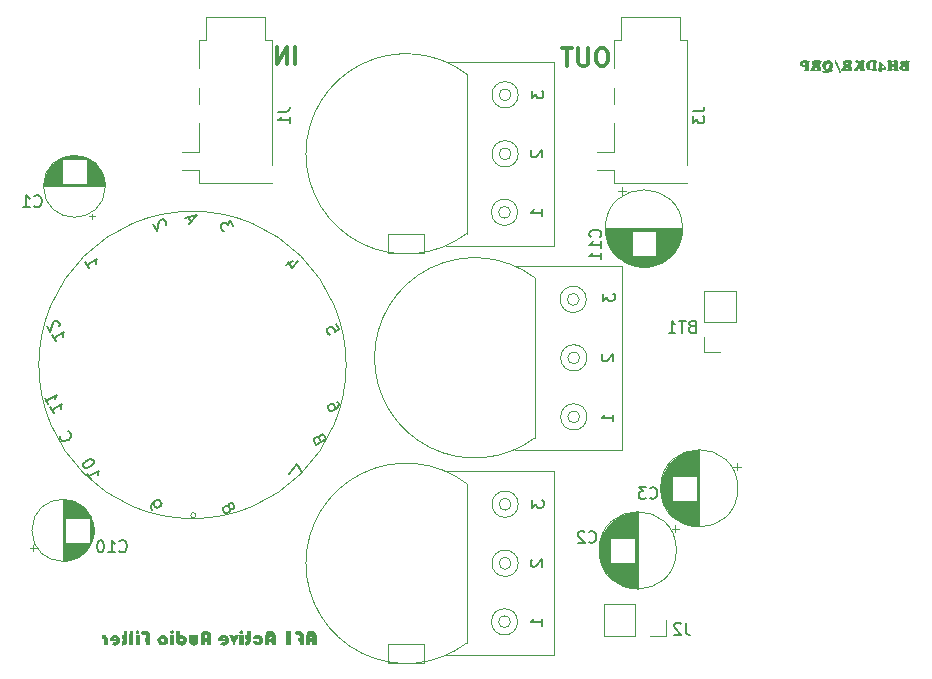
<source format=gbo>
G04 #@! TF.GenerationSoftware,KiCad,Pcbnew,(6.0.5)*
G04 #@! TF.CreationDate,2022-05-30T10:59:04+08:00*
G04 #@! TF.ProjectId,miniaf1,6d696e69-6166-4312-9e6b-696361645f70,rev?*
G04 #@! TF.SameCoordinates,Original*
G04 #@! TF.FileFunction,Legend,Bot*
G04 #@! TF.FilePolarity,Positive*
%FSLAX46Y46*%
G04 Gerber Fmt 4.6, Leading zero omitted, Abs format (unit mm)*
G04 Created by KiCad (PCBNEW (6.0.5)) date 2022-05-30 10:59:04*
%MOMM*%
%LPD*%
G01*
G04 APERTURE LIST*
%ADD10C,0.300000*%
%ADD11C,0.150000*%
%ADD12C,0.120000*%
%ADD13C,0.050000*%
G04 APERTURE END LIST*
D10*
X103782714Y-58209571D02*
X103782714Y-56709571D01*
X103068428Y-58209571D02*
X103068428Y-56709571D01*
X102211285Y-58209571D01*
X102211285Y-56709571D01*
X129897000Y-56836571D02*
X129611285Y-56836571D01*
X129468428Y-56908000D01*
X129325571Y-57050857D01*
X129254142Y-57336571D01*
X129254142Y-57836571D01*
X129325571Y-58122285D01*
X129468428Y-58265142D01*
X129611285Y-58336571D01*
X129897000Y-58336571D01*
X130039857Y-58265142D01*
X130182714Y-58122285D01*
X130254142Y-57836571D01*
X130254142Y-57336571D01*
X130182714Y-57050857D01*
X130039857Y-56908000D01*
X129897000Y-56836571D01*
X128611285Y-56836571D02*
X128611285Y-58050857D01*
X128539857Y-58193714D01*
X128468428Y-58265142D01*
X128325571Y-58336571D01*
X128039857Y-58336571D01*
X127897000Y-58265142D01*
X127825571Y-58193714D01*
X127754142Y-58050857D01*
X127754142Y-56836571D01*
X127254142Y-56836571D02*
X126397000Y-56836571D01*
X126825571Y-58336571D02*
X126825571Y-56836571D01*
D11*
X123805319Y-100171285D02*
X123757700Y-100218904D01*
X123710080Y-100314142D01*
X123710080Y-100552238D01*
X123757700Y-100647476D01*
X123805319Y-100695095D01*
X123900557Y-100742714D01*
X123995795Y-100742714D01*
X124138652Y-100695095D01*
X124710080Y-100123666D01*
X124710080Y-100742714D01*
X123810080Y-95123666D02*
X123810080Y-95742714D01*
X124191033Y-95409380D01*
X124191033Y-95552238D01*
X124238652Y-95647476D01*
X124286271Y-95695095D01*
X124381509Y-95742714D01*
X124619604Y-95742714D01*
X124714842Y-95695095D01*
X124762461Y-95647476D01*
X124810080Y-95552238D01*
X124810080Y-95266523D01*
X124762461Y-95171285D01*
X124714842Y-95123666D01*
X124710080Y-105742714D02*
X124710080Y-105171285D01*
X124710080Y-105457000D02*
X123710080Y-105457000D01*
X123852938Y-105361761D01*
X123948176Y-105266523D01*
X123995795Y-105171285D01*
X86175073Y-92853655D02*
X86460787Y-93348527D01*
X86317930Y-93101091D02*
X87183956Y-92601091D01*
X87107857Y-92754998D01*
X87072997Y-92885096D01*
X87079377Y-92991384D01*
X86731575Y-91817544D02*
X86683956Y-91735066D01*
X86595097Y-91676397D01*
X86530049Y-91658967D01*
X86423760Y-91665346D01*
X86234994Y-91719345D01*
X86028797Y-91838393D01*
X85887649Y-91974870D01*
X85828980Y-92063729D01*
X85811551Y-92128777D01*
X85817930Y-92235066D01*
X85865549Y-92317544D01*
X85954408Y-92376213D01*
X86019457Y-92393643D01*
X86125745Y-92387263D01*
X86314511Y-92333265D01*
X86520708Y-92214217D01*
X86661856Y-92077740D01*
X86720525Y-91988881D01*
X86737955Y-91923832D01*
X86731575Y-91817544D01*
X103576941Y-74861242D02*
X102999591Y-75194576D01*
X104025903Y-74876963D02*
X103526361Y-75440302D01*
X103216838Y-74904191D01*
X92843030Y-71793372D02*
X92860460Y-71728323D01*
X92854080Y-71622035D01*
X92735032Y-71415838D01*
X92646174Y-71357169D01*
X92581125Y-71339739D01*
X92474837Y-71346119D01*
X92392359Y-71393738D01*
X92292450Y-71506406D01*
X92083293Y-72286992D01*
X91773769Y-71750881D01*
X83061674Y-87261093D02*
X83347388Y-87755965D01*
X83204531Y-87508529D02*
X84070557Y-87008529D01*
X83994458Y-87162436D01*
X83959598Y-87292534D01*
X83965978Y-87398822D01*
X82585484Y-86436307D02*
X82871198Y-86931179D01*
X82728341Y-86683743D02*
X83594366Y-86183743D01*
X83518267Y-86337650D01*
X83483408Y-86467748D01*
X83489788Y-86574036D01*
X104279703Y-92611794D02*
X103946370Y-92034444D01*
X103294630Y-92905598D01*
X86008001Y-74964279D02*
X86293715Y-75459151D01*
X86150858Y-75211715D02*
X87016884Y-74711715D01*
X86940785Y-74865622D01*
X86905925Y-74995720D01*
X86912305Y-75102008D01*
X98246939Y-95819883D02*
X98335797Y-95878552D01*
X98400846Y-95895982D01*
X98507134Y-95889602D01*
X98548373Y-95865793D01*
X98607043Y-95776935D01*
X98624472Y-95711886D01*
X98618093Y-95605598D01*
X98522854Y-95440640D01*
X98433996Y-95381971D01*
X98368947Y-95364541D01*
X98262659Y-95370921D01*
X98221420Y-95394731D01*
X98162751Y-95483589D01*
X98145321Y-95548638D01*
X98151701Y-95654926D01*
X98246939Y-95819883D01*
X98253319Y-95926171D01*
X98235889Y-95991220D01*
X98177220Y-96080079D01*
X98012262Y-96175317D01*
X97905974Y-96181696D01*
X97840926Y-96164267D01*
X97752067Y-96105598D01*
X97656829Y-95940640D01*
X97650449Y-95834352D01*
X97667879Y-95769303D01*
X97726548Y-95680445D01*
X97891505Y-95585207D01*
X97997794Y-95578827D01*
X98062842Y-95596257D01*
X98151701Y-95654926D01*
X91646354Y-95930192D02*
X91551116Y-95765235D01*
X91544736Y-95658947D01*
X91562166Y-95593898D01*
X91638265Y-95439991D01*
X91779413Y-95303513D01*
X92109327Y-95113037D01*
X92215615Y-95106657D01*
X92280664Y-95124087D01*
X92369522Y-95182756D01*
X92464761Y-95347714D01*
X92471140Y-95454002D01*
X92453711Y-95519051D01*
X92395041Y-95607909D01*
X92188845Y-95726957D01*
X92082557Y-95733336D01*
X92017508Y-95715906D01*
X91928650Y-95657237D01*
X91833411Y-95492280D01*
X91827032Y-95385992D01*
X91844462Y-95320943D01*
X91903131Y-95232085D01*
X98556240Y-71898467D02*
X98246716Y-71362356D01*
X98083469Y-71841507D01*
X98012040Y-71717790D01*
X97923182Y-71659120D01*
X97858133Y-71641691D01*
X97751845Y-71648070D01*
X97545648Y-71767118D01*
X97486979Y-71855976D01*
X97469549Y-71921025D01*
X97475929Y-72027313D01*
X97618786Y-72274749D01*
X97707645Y-72333418D01*
X97772693Y-72350848D01*
X107367540Y-86760086D02*
X107462779Y-86925043D01*
X107469158Y-87031331D01*
X107451728Y-87096380D01*
X107375630Y-87250287D01*
X107234482Y-87386765D01*
X106904567Y-87577241D01*
X106798279Y-87583620D01*
X106733231Y-87566191D01*
X106644372Y-87507522D01*
X106549134Y-87342564D01*
X106542754Y-87236276D01*
X106560184Y-87171227D01*
X106618853Y-87082369D01*
X106825050Y-86963321D01*
X106931338Y-86956942D01*
X106996387Y-86974371D01*
X107085245Y-87033041D01*
X107180483Y-87197998D01*
X107186863Y-87304286D01*
X107169433Y-87369335D01*
X107110764Y-87458193D01*
X107265013Y-80182501D02*
X107503108Y-80594895D01*
X107114525Y-80874229D01*
X107131954Y-80809180D01*
X107125575Y-80702892D01*
X107006527Y-80496696D01*
X106917669Y-80438026D01*
X106852620Y-80420597D01*
X106746332Y-80426976D01*
X106540135Y-80546024D01*
X106481466Y-80634882D01*
X106464036Y-80699931D01*
X106470416Y-80806219D01*
X106589464Y-81012416D01*
X106678322Y-81071085D01*
X106743371Y-81088515D01*
X83232956Y-81157760D02*
X83518670Y-81652632D01*
X83375813Y-81405196D02*
X84241839Y-80905196D01*
X84165740Y-81059103D01*
X84130880Y-81189201D01*
X84137260Y-81295489D01*
X83826027Y-80375465D02*
X83843457Y-80310416D01*
X83837077Y-80204128D01*
X83718029Y-79997931D01*
X83629171Y-79939262D01*
X83564122Y-79921832D01*
X83457834Y-79928212D01*
X83375355Y-79975831D01*
X83275447Y-80088499D01*
X83066290Y-80869085D01*
X82756766Y-80332974D01*
X83874538Y-89678537D02*
X83857108Y-89743586D01*
X83887297Y-89891114D01*
X83934916Y-89973592D01*
X84047584Y-90073501D01*
X84177682Y-90108360D01*
X84283970Y-90101981D01*
X84472737Y-90047982D01*
X84596455Y-89976553D01*
X84737602Y-89840076D01*
X84796271Y-89751217D01*
X84831131Y-89621120D01*
X84800942Y-89473592D01*
X84753323Y-89391114D01*
X84640655Y-89291205D01*
X84575606Y-89273776D01*
X105836210Y-89860125D02*
X105723542Y-89760217D01*
X105658493Y-89742787D01*
X105552205Y-89749167D01*
X105428487Y-89820595D01*
X105369818Y-89909454D01*
X105352389Y-89974503D01*
X105358768Y-90080791D01*
X105549244Y-90410705D01*
X106415270Y-89910705D01*
X106248603Y-89622030D01*
X106159745Y-89563361D01*
X106094696Y-89545931D01*
X105988408Y-89552311D01*
X105905929Y-89599930D01*
X105847260Y-89688788D01*
X105829830Y-89753837D01*
X105836210Y-89860125D01*
X106002877Y-90148800D01*
X94984775Y-71541079D02*
X94746679Y-71128686D01*
X94784958Y-71766415D02*
X95484317Y-70977740D01*
X94451624Y-71189065D01*
X129818319Y-82772285D02*
X129770700Y-82819904D01*
X129723080Y-82915142D01*
X129723080Y-83153238D01*
X129770700Y-83248476D01*
X129818319Y-83296095D01*
X129913557Y-83343714D01*
X130008795Y-83343714D01*
X130151652Y-83296095D01*
X130723080Y-82724666D01*
X130723080Y-83343714D01*
X129823080Y-77624666D02*
X129823080Y-78243714D01*
X130204033Y-77910380D01*
X130204033Y-78053238D01*
X130251652Y-78148476D01*
X130299271Y-78196095D01*
X130394509Y-78243714D01*
X130632604Y-78243714D01*
X130727842Y-78196095D01*
X130775461Y-78148476D01*
X130823080Y-78053238D01*
X130823080Y-77767523D01*
X130775461Y-77672285D01*
X130727842Y-77624666D01*
X130723080Y-88443714D02*
X130723080Y-87872285D01*
X130723080Y-88158000D02*
X129723080Y-88158000D01*
X129865938Y-88062761D01*
X129961176Y-87967523D01*
X130008795Y-87872285D01*
X123804319Y-65500285D02*
X123756700Y-65547904D01*
X123709080Y-65643142D01*
X123709080Y-65881238D01*
X123756700Y-65976476D01*
X123804319Y-66024095D01*
X123899557Y-66071714D01*
X123994795Y-66071714D01*
X124137652Y-66024095D01*
X124709080Y-65452666D01*
X124709080Y-66071714D01*
X123809080Y-60452666D02*
X123809080Y-61071714D01*
X124190033Y-60738380D01*
X124190033Y-60881238D01*
X124237652Y-60976476D01*
X124285271Y-61024095D01*
X124380509Y-61071714D01*
X124618604Y-61071714D01*
X124713842Y-61024095D01*
X124761461Y-60976476D01*
X124809080Y-60881238D01*
X124809080Y-60595523D01*
X124761461Y-60500285D01*
X124713842Y-60452666D01*
X124709080Y-71071714D02*
X124709080Y-70500285D01*
X124709080Y-70786000D02*
X123709080Y-70786000D01*
X123851938Y-70690761D01*
X123947176Y-70595523D01*
X123994795Y-70500285D01*
X136858333Y-105497380D02*
X136858333Y-106211666D01*
X136905952Y-106354523D01*
X137001190Y-106449761D01*
X137144047Y-106497380D01*
X137239285Y-106497380D01*
X136429761Y-105592619D02*
X136382142Y-105545000D01*
X136286904Y-105497380D01*
X136048809Y-105497380D01*
X135953571Y-105545000D01*
X135905952Y-105592619D01*
X135858333Y-105687857D01*
X135858333Y-105783095D01*
X135905952Y-105925952D01*
X136477380Y-106497380D01*
X135858333Y-106497380D01*
X102312380Y-62216666D02*
X103026666Y-62216666D01*
X103169523Y-62169047D01*
X103264761Y-62073809D01*
X103312380Y-61930952D01*
X103312380Y-61835714D01*
X103312380Y-63216666D02*
X103312380Y-62645238D01*
X103312380Y-62930952D02*
X102312380Y-62930952D01*
X102455238Y-62835714D01*
X102550476Y-62740476D01*
X102598095Y-62645238D01*
X128646666Y-98627142D02*
X128694285Y-98674761D01*
X128837142Y-98722380D01*
X128932380Y-98722380D01*
X129075238Y-98674761D01*
X129170476Y-98579523D01*
X129218095Y-98484285D01*
X129265714Y-98293809D01*
X129265714Y-98150952D01*
X129218095Y-97960476D01*
X129170476Y-97865238D01*
X129075238Y-97770000D01*
X128932380Y-97722380D01*
X128837142Y-97722380D01*
X128694285Y-97770000D01*
X128646666Y-97817619D01*
X128265714Y-97817619D02*
X128218095Y-97770000D01*
X128122857Y-97722380D01*
X127884761Y-97722380D01*
X127789523Y-97770000D01*
X127741904Y-97817619D01*
X127694285Y-97912857D01*
X127694285Y-98008095D01*
X127741904Y-98150952D01*
X128313333Y-98722380D01*
X127694285Y-98722380D01*
X137432380Y-62196666D02*
X138146666Y-62196666D01*
X138289523Y-62149047D01*
X138384761Y-62053809D01*
X138432380Y-61910952D01*
X138432380Y-61815714D01*
X137432380Y-62577619D02*
X137432380Y-63196666D01*
X137813333Y-62863333D01*
X137813333Y-63006190D01*
X137860952Y-63101428D01*
X137908571Y-63149047D01*
X138003809Y-63196666D01*
X138241904Y-63196666D01*
X138337142Y-63149047D01*
X138384761Y-63101428D01*
X138432380Y-63006190D01*
X138432380Y-62720476D01*
X138384761Y-62625238D01*
X138337142Y-62577619D01*
X133836666Y-94897142D02*
X133884285Y-94944761D01*
X134027142Y-94992380D01*
X134122380Y-94992380D01*
X134265238Y-94944761D01*
X134360476Y-94849523D01*
X134408095Y-94754285D01*
X134455714Y-94563809D01*
X134455714Y-94420952D01*
X134408095Y-94230476D01*
X134360476Y-94135238D01*
X134265238Y-94040000D01*
X134122380Y-93992380D01*
X134027142Y-93992380D01*
X133884285Y-94040000D01*
X133836666Y-94087619D01*
X133503333Y-93992380D02*
X132884285Y-93992380D01*
X133217619Y-94373333D01*
X133074761Y-94373333D01*
X132979523Y-94420952D01*
X132931904Y-94468571D01*
X132884285Y-94563809D01*
X132884285Y-94801904D01*
X132931904Y-94897142D01*
X132979523Y-94944761D01*
X133074761Y-94992380D01*
X133360476Y-94992380D01*
X133455714Y-94944761D01*
X133503333Y-94897142D01*
X129607142Y-72827121D02*
X129654761Y-72779502D01*
X129702380Y-72636645D01*
X129702380Y-72541407D01*
X129654761Y-72398550D01*
X129559523Y-72303312D01*
X129464285Y-72255693D01*
X129273809Y-72208074D01*
X129130952Y-72208074D01*
X128940476Y-72255693D01*
X128845238Y-72303312D01*
X128750000Y-72398550D01*
X128702380Y-72541407D01*
X128702380Y-72636645D01*
X128750000Y-72779502D01*
X128797619Y-72827121D01*
X129702380Y-73779502D02*
X129702380Y-73208074D01*
X129702380Y-73493788D02*
X128702380Y-73493788D01*
X128845238Y-73398550D01*
X128940476Y-73303312D01*
X128988095Y-73208074D01*
X129702380Y-74731883D02*
X129702380Y-74160455D01*
X129702380Y-74446169D02*
X128702380Y-74446169D01*
X128845238Y-74350931D01*
X128940476Y-74255693D01*
X128988095Y-74160455D01*
X137355714Y-80398571D02*
X137212857Y-80446190D01*
X137165238Y-80493809D01*
X137117619Y-80589047D01*
X137117619Y-80731904D01*
X137165238Y-80827142D01*
X137212857Y-80874761D01*
X137308095Y-80922380D01*
X137689047Y-80922380D01*
X137689047Y-79922380D01*
X137355714Y-79922380D01*
X137260476Y-79970000D01*
X137212857Y-80017619D01*
X137165238Y-80112857D01*
X137165238Y-80208095D01*
X137212857Y-80303333D01*
X137260476Y-80350952D01*
X137355714Y-80398571D01*
X137689047Y-80398571D01*
X136831904Y-79922380D02*
X136260476Y-79922380D01*
X136546190Y-80922380D02*
X136546190Y-79922380D01*
X135403333Y-80922380D02*
X135974761Y-80922380D01*
X135689047Y-80922380D02*
X135689047Y-79922380D01*
X135784285Y-80065238D01*
X135879523Y-80160476D01*
X135974761Y-80208095D01*
X88907870Y-99417142D02*
X88955489Y-99464761D01*
X89098346Y-99512380D01*
X89193584Y-99512380D01*
X89336441Y-99464761D01*
X89431679Y-99369523D01*
X89479298Y-99274285D01*
X89526917Y-99083809D01*
X89526917Y-98940952D01*
X89479298Y-98750476D01*
X89431679Y-98655238D01*
X89336441Y-98560000D01*
X89193584Y-98512380D01*
X89098346Y-98512380D01*
X88955489Y-98560000D01*
X88907870Y-98607619D01*
X87955489Y-99512380D02*
X88526917Y-99512380D01*
X88241203Y-99512380D02*
X88241203Y-98512380D01*
X88336441Y-98655238D01*
X88431679Y-98750476D01*
X88526917Y-98798095D01*
X87336441Y-98512380D02*
X87241203Y-98512380D01*
X87145965Y-98560000D01*
X87098346Y-98607619D01*
X87050727Y-98702857D01*
X87003108Y-98893333D01*
X87003108Y-99131428D01*
X87050727Y-99321904D01*
X87098346Y-99417142D01*
X87145965Y-99464761D01*
X87241203Y-99512380D01*
X87336441Y-99512380D01*
X87431679Y-99464761D01*
X87479298Y-99417142D01*
X87526917Y-99321904D01*
X87574536Y-99131428D01*
X87574536Y-98893333D01*
X87526917Y-98702857D01*
X87479298Y-98607619D01*
X87431679Y-98560000D01*
X87336441Y-98512380D01*
X81700666Y-70207129D02*
X81748285Y-70254748D01*
X81891142Y-70302367D01*
X81986380Y-70302367D01*
X82129238Y-70254748D01*
X82224476Y-70159510D01*
X82272095Y-70064272D01*
X82319714Y-69873796D01*
X82319714Y-69730939D01*
X82272095Y-69540463D01*
X82224476Y-69445225D01*
X82129238Y-69349987D01*
X81986380Y-69302367D01*
X81891142Y-69302367D01*
X81748285Y-69349987D01*
X81700666Y-69397606D01*
X80748285Y-70302367D02*
X81319714Y-70302367D01*
X81034000Y-70302367D02*
X81034000Y-69302367D01*
X81129238Y-69445225D01*
X81224476Y-69540463D01*
X81319714Y-69588082D01*
D12*
X125657700Y-108257000D02*
X125657700Y-92657000D01*
X118307700Y-107207000D02*
X118307700Y-93707000D01*
X125657700Y-108257000D02*
X116557700Y-108257000D01*
X125657700Y-92657000D02*
X116557700Y-92657000D01*
D13*
X111607700Y-108857000D02*
X114707700Y-108857000D01*
X114707700Y-108857000D02*
X114707700Y-107257000D01*
X114707700Y-107257000D02*
X111607700Y-107257000D01*
X111607700Y-107257000D02*
X111607700Y-108857000D01*
D12*
X118307700Y-93707000D02*
G75*
G03*
X118307700Y-107207000I-5132819J-6750000D01*
G01*
D13*
X122007700Y-105407000D02*
G75*
G03*
X122007700Y-105407000I-500000J0D01*
G01*
X122057700Y-100457000D02*
G75*
G03*
X122057700Y-100457000I-500000J0D01*
G01*
X122667880Y-100457000D02*
G75*
G03*
X122667880Y-100457000I-1110180J0D01*
G01*
X122617880Y-105407000D02*
G75*
G03*
X122617880Y-105407000I-1110180J0D01*
G01*
X122057700Y-95457000D02*
G75*
G03*
X122057700Y-95457000I-500000J0D01*
G01*
X122667880Y-95457000D02*
G75*
G03*
X122667880Y-95457000I-1110180J0D01*
G01*
D12*
X108099612Y-83660000D02*
G75*
G03*
X108099612Y-83660000I-13009612J0D01*
G01*
X95371172Y-96379581D02*
G75*
G03*
X95371172Y-96379581I-212132J0D01*
G01*
X131470700Y-75258000D02*
X122370700Y-75258000D01*
X131470700Y-75258000D02*
X131470700Y-90858000D01*
X131470700Y-90858000D02*
X122370700Y-90858000D01*
X124120700Y-76308000D02*
X124120700Y-89808000D01*
X124120700Y-76308000D02*
G75*
G03*
X124120700Y-89808000I-5136350J-6750000D01*
G01*
D13*
X128430880Y-78108000D02*
G75*
G03*
X128430880Y-78108000I-1110180J0D01*
G01*
X128480880Y-83058000D02*
G75*
G03*
X128480880Y-83058000I-1110180J0D01*
G01*
X128480880Y-88058000D02*
G75*
G03*
X128480880Y-88058000I-1110180J0D01*
G01*
X127870700Y-83058000D02*
G75*
G03*
X127870700Y-83058000I-500000J0D01*
G01*
X127870700Y-88058000D02*
G75*
G03*
X127870700Y-88058000I-500000J0D01*
G01*
X127820700Y-78108000D02*
G75*
G03*
X127820700Y-78108000I-500000J0D01*
G01*
D12*
X125656700Y-57986000D02*
X116556700Y-57986000D01*
X118306700Y-72536000D02*
X118306700Y-59036000D01*
X125656700Y-73586000D02*
X125656700Y-57986000D01*
X125656700Y-73586000D02*
X116556700Y-73586000D01*
D13*
X111606700Y-74186000D02*
X114706700Y-74186000D01*
X114706700Y-74186000D02*
X114706700Y-72586000D01*
X114706700Y-72586000D02*
X111606700Y-72586000D01*
X111606700Y-72586000D02*
X111606700Y-74186000D01*
D12*
X118306700Y-59036000D02*
G75*
G03*
X118306700Y-72536000I-5132819J-6750000D01*
G01*
D13*
X122666880Y-60786000D02*
G75*
G03*
X122666880Y-60786000I-1110180J0D01*
G01*
X122666880Y-65786000D02*
G75*
G03*
X122666880Y-65786000I-1110180J0D01*
G01*
X122056700Y-65786000D02*
G75*
G03*
X122056700Y-65786000I-500000J0D01*
G01*
X122616880Y-70736000D02*
G75*
G03*
X122616880Y-70736000I-1110180J0D01*
G01*
X122006700Y-70736000D02*
G75*
G03*
X122006700Y-70736000I-500000J0D01*
G01*
X122056700Y-60786000D02*
G75*
G03*
X122056700Y-60786000I-500000J0D01*
G01*
D12*
X135160000Y-106580000D02*
X135160000Y-105250000D01*
X132560000Y-106580000D02*
X129960000Y-106580000D01*
X132560000Y-106580000D02*
X132560000Y-103920000D01*
X133830000Y-106580000D02*
X135160000Y-106580000D01*
X132560000Y-103920000D02*
X129960000Y-103920000D01*
X129960000Y-106580000D02*
X129960000Y-103920000D01*
X95629000Y-60191500D02*
X95629000Y-61541500D01*
X95629000Y-67141500D02*
X94229000Y-67141500D01*
X101229000Y-56166500D02*
X101229000Y-54166500D01*
X96229000Y-54166500D02*
X101229000Y-54166500D01*
X95629000Y-56166500D02*
X96229000Y-56166500D01*
X95629000Y-67141500D02*
X95629000Y-68266500D01*
X95629000Y-65591500D02*
X94229000Y-65591500D01*
X95629000Y-63191500D02*
X95629000Y-65591500D01*
X96229000Y-56166500D02*
X96229000Y-54166500D01*
X101229000Y-56166500D02*
X101829000Y-56166500D01*
X95629000Y-56166500D02*
X95629000Y-58541500D01*
X101829000Y-68266500D02*
X95629000Y-68266500D01*
X101829000Y-66691500D02*
X101829000Y-56166500D01*
X130789000Y-100400000D02*
X130789000Y-101908000D01*
X129869000Y-97928000D02*
X129869000Y-100792000D01*
X131069000Y-100400000D02*
X131069000Y-102102000D01*
X132510000Y-96142000D02*
X132510000Y-98320000D01*
X130629000Y-100400000D02*
X130629000Y-101776000D01*
X135975241Y-97206000D02*
X135975241Y-97836000D01*
X130829000Y-96782000D02*
X130829000Y-98320000D01*
X131229000Y-100400000D02*
X131229000Y-102194000D01*
X130789000Y-96812000D02*
X130789000Y-98320000D01*
X130029000Y-97646000D02*
X130029000Y-101074000D01*
X131309000Y-100400000D02*
X131309000Y-102236000D01*
X131989000Y-96229000D02*
X131989000Y-98320000D01*
X131469000Y-96408000D02*
X131469000Y-98320000D01*
X131749000Y-100400000D02*
X131749000Y-102421000D01*
X129789000Y-98098000D02*
X129789000Y-100622000D01*
X131829000Y-96274000D02*
X131829000Y-98320000D01*
X130869000Y-100400000D02*
X130869000Y-101967000D01*
X129989000Y-97710000D02*
X129989000Y-101010000D01*
X130429000Y-97136000D02*
X130429000Y-101584000D01*
X130469000Y-97095000D02*
X130469000Y-101625000D01*
X132630000Y-96133000D02*
X132630000Y-102587000D01*
X136290241Y-97521000D02*
X135660241Y-97521000D01*
X132470000Y-96145000D02*
X132470000Y-98320000D01*
X130949000Y-100400000D02*
X130949000Y-102024000D01*
X129829000Y-98010000D02*
X129829000Y-100710000D01*
X130389000Y-97178000D02*
X130389000Y-101542000D01*
X130749000Y-100400000D02*
X130749000Y-101876000D01*
X131509000Y-100400000D02*
X131509000Y-102330000D01*
X129629000Y-98558000D02*
X129629000Y-100162000D01*
X130109000Y-97526000D02*
X130109000Y-101194000D01*
X132029000Y-100400000D02*
X132029000Y-102501000D01*
X131029000Y-100400000D02*
X131029000Y-102076000D01*
X132110000Y-96201000D02*
X132110000Y-98320000D01*
X130349000Y-97223000D02*
X130349000Y-101497000D01*
X131149000Y-96570000D02*
X131149000Y-98320000D01*
X130229000Y-97365000D02*
X130229000Y-101355000D01*
X132350000Y-96159000D02*
X132350000Y-98320000D01*
X130909000Y-96724000D02*
X130909000Y-98320000D01*
X132230000Y-96178000D02*
X132230000Y-98320000D01*
X130949000Y-96696000D02*
X130949000Y-98320000D01*
X130509000Y-100400000D02*
X130509000Y-101665000D01*
X131669000Y-96327000D02*
X131669000Y-98320000D01*
X132350000Y-100400000D02*
X132350000Y-102561000D01*
X131109000Y-100400000D02*
X131109000Y-102126000D01*
X132069000Y-100400000D02*
X132069000Y-102510000D01*
X131429000Y-100400000D02*
X131429000Y-102294000D01*
X131869000Y-96262000D02*
X131869000Y-98320000D01*
X130909000Y-100400000D02*
X130909000Y-101996000D01*
X132750000Y-96130000D02*
X132750000Y-102590000D01*
X131669000Y-100400000D02*
X131669000Y-102393000D01*
X130709000Y-96876000D02*
X130709000Y-98320000D01*
X132510000Y-100400000D02*
X132510000Y-102578000D01*
X132029000Y-96219000D02*
X132029000Y-98320000D01*
X130309000Y-97268000D02*
X130309000Y-101452000D01*
X132270000Y-100400000D02*
X132270000Y-102549000D01*
X132590000Y-96136000D02*
X132590000Y-102584000D01*
X129709000Y-98301000D02*
X129709000Y-100419000D01*
X132390000Y-96154000D02*
X132390000Y-98320000D01*
X132230000Y-100400000D02*
X132230000Y-102542000D01*
X131309000Y-96484000D02*
X131309000Y-98320000D01*
X129749000Y-98195000D02*
X129749000Y-100525000D01*
X131389000Y-96444000D02*
X131389000Y-98320000D01*
X131909000Y-100400000D02*
X131909000Y-102470000D01*
X129549000Y-98958000D02*
X129549000Y-99762000D01*
X131869000Y-100400000D02*
X131869000Y-102458000D01*
X131469000Y-100400000D02*
X131469000Y-102312000D01*
X132110000Y-100400000D02*
X132110000Y-102519000D01*
X130669000Y-96910000D02*
X130669000Y-98320000D01*
X132790000Y-96130000D02*
X132790000Y-102590000D01*
X131749000Y-96299000D02*
X131749000Y-98320000D01*
X132150000Y-96193000D02*
X132150000Y-98320000D01*
X130869000Y-96753000D02*
X130869000Y-98320000D01*
X129949000Y-97779000D02*
X129949000Y-100941000D01*
X131429000Y-96426000D02*
X131429000Y-98320000D01*
X131149000Y-100400000D02*
X131149000Y-102150000D01*
X129589000Y-98727000D02*
X129589000Y-99993000D01*
X131709000Y-96313000D02*
X131709000Y-98320000D01*
X130549000Y-97017000D02*
X130549000Y-98320000D01*
X130189000Y-97416000D02*
X130189000Y-101304000D01*
X131789000Y-100400000D02*
X131789000Y-102434000D01*
X132310000Y-100400000D02*
X132310000Y-102555000D01*
X131269000Y-96504000D02*
X131269000Y-98320000D01*
X130509000Y-97055000D02*
X130509000Y-98320000D01*
X131069000Y-96618000D02*
X131069000Y-98320000D01*
X130709000Y-100400000D02*
X130709000Y-101844000D01*
X130549000Y-100400000D02*
X130549000Y-101703000D01*
X132430000Y-96149000D02*
X132430000Y-98320000D01*
X130989000Y-96670000D02*
X130989000Y-98320000D01*
X132390000Y-100400000D02*
X132390000Y-102566000D01*
X131029000Y-96644000D02*
X131029000Y-98320000D01*
X131349000Y-96464000D02*
X131349000Y-98320000D01*
X132550000Y-96138000D02*
X132550000Y-98320000D01*
X132310000Y-96165000D02*
X132310000Y-98320000D01*
X131949000Y-96239000D02*
X131949000Y-98320000D01*
X132470000Y-100400000D02*
X132470000Y-102575000D01*
X131269000Y-100400000D02*
X131269000Y-102216000D01*
X130589000Y-100400000D02*
X130589000Y-101740000D01*
X132150000Y-100400000D02*
X132150000Y-102527000D01*
X131589000Y-96358000D02*
X131589000Y-98320000D01*
X130749000Y-96844000D02*
X130749000Y-98320000D01*
X132069000Y-96210000D02*
X132069000Y-98320000D01*
X129669000Y-98420000D02*
X129669000Y-100300000D01*
X131509000Y-96390000D02*
X131509000Y-98320000D01*
X129909000Y-97851000D02*
X129909000Y-100869000D01*
X131189000Y-100400000D02*
X131189000Y-102172000D01*
X131589000Y-100400000D02*
X131589000Y-102362000D01*
X132270000Y-96171000D02*
X132270000Y-98320000D01*
X130669000Y-100400000D02*
X130669000Y-101810000D01*
X130829000Y-100400000D02*
X130829000Y-101938000D01*
X131789000Y-96286000D02*
X131789000Y-98320000D01*
X131229000Y-96526000D02*
X131229000Y-98320000D01*
X131629000Y-96342000D02*
X131629000Y-98320000D01*
X130589000Y-96980000D02*
X130589000Y-98320000D01*
X131629000Y-100400000D02*
X131629000Y-102378000D01*
X131109000Y-96594000D02*
X131109000Y-98320000D01*
X131949000Y-100400000D02*
X131949000Y-102481000D01*
X132710000Y-96130000D02*
X132710000Y-102590000D01*
X131349000Y-100400000D02*
X131349000Y-102256000D01*
X131189000Y-96548000D02*
X131189000Y-98320000D01*
X131909000Y-96250000D02*
X131909000Y-98320000D01*
X130069000Y-97584000D02*
X130069000Y-101136000D01*
X132190000Y-100400000D02*
X132190000Y-102535000D01*
X131829000Y-100400000D02*
X131829000Y-102446000D01*
X130269000Y-97316000D02*
X130269000Y-101404000D01*
X130149000Y-97470000D02*
X130149000Y-101250000D01*
X132550000Y-100400000D02*
X132550000Y-102582000D01*
X132670000Y-96132000D02*
X132670000Y-102588000D01*
X132430000Y-100400000D02*
X132430000Y-102571000D01*
X132190000Y-96185000D02*
X132190000Y-98320000D01*
X130629000Y-96944000D02*
X130629000Y-98320000D01*
X131989000Y-100400000D02*
X131989000Y-102491000D01*
X131549000Y-96374000D02*
X131549000Y-98320000D01*
X130989000Y-100400000D02*
X130989000Y-102050000D01*
X131709000Y-100400000D02*
X131709000Y-102407000D01*
X131549000Y-100400000D02*
X131549000Y-102346000D01*
X131389000Y-100400000D02*
X131389000Y-102276000D01*
X136060000Y-99360000D02*
G75*
G03*
X136060000Y-99360000I-3270000J0D01*
G01*
X131358000Y-56166500D02*
X131358000Y-54166500D01*
X130758000Y-60191500D02*
X130758000Y-61541500D01*
X130758000Y-56166500D02*
X130758000Y-58541500D01*
X136958000Y-68266500D02*
X130758000Y-68266500D01*
X136958000Y-66691500D02*
X136958000Y-56166500D01*
X130758000Y-63191500D02*
X130758000Y-65591500D01*
X130758000Y-67141500D02*
X130758000Y-68266500D01*
X130758000Y-65591500D02*
X129358000Y-65591500D01*
X130758000Y-56166500D02*
X131358000Y-56166500D01*
X131358000Y-54166500D02*
X136358000Y-54166500D01*
X136358000Y-56166500D02*
X136958000Y-56166500D01*
X130758000Y-67141500D02*
X129358000Y-67141500D01*
X136358000Y-56166500D02*
X136358000Y-54166500D01*
G36*
X90494838Y-106127552D02*
G01*
X90552565Y-106170825D01*
X90600395Y-106238300D01*
X90610849Y-106315687D01*
X90573855Y-106387734D01*
X90538491Y-106414579D01*
X90464459Y-106433195D01*
X90388730Y-106420726D01*
X90332004Y-106378005D01*
X90300708Y-106313073D01*
X90302150Y-106235242D01*
X90347933Y-106170374D01*
X90435201Y-106125455D01*
X90441412Y-106123737D01*
X90494838Y-106127552D01*
G37*
G36*
X97905442Y-106526172D02*
G01*
X97994636Y-106569981D01*
X98079430Y-106646909D01*
X98122760Y-106701496D01*
X98182686Y-106828243D01*
X98200922Y-106962493D01*
X98179624Y-107095260D01*
X98120946Y-107217559D01*
X98027043Y-107320404D01*
X97900071Y-107394809D01*
X97897948Y-107395648D01*
X97787066Y-107417387D01*
X97659860Y-107408975D01*
X97537582Y-107371765D01*
X97430943Y-107323370D01*
X97524686Y-107211223D01*
X97569115Y-107163217D01*
X97618422Y-107122515D01*
X97649856Y-107111912D01*
X97663116Y-107117322D01*
X97716436Y-107139012D01*
X97761346Y-107136289D01*
X97806712Y-107097378D01*
X97840798Y-107033595D01*
X97854241Y-106957288D01*
X97842943Y-106877278D01*
X97807102Y-106805260D01*
X97755056Y-106761087D01*
X97695421Y-106751634D01*
X97636809Y-106783775D01*
X97635916Y-106784672D01*
X97609283Y-106824017D01*
X97627014Y-106846075D01*
X97690756Y-106852958D01*
X97716281Y-106853755D01*
X97765911Y-106868021D01*
X97788397Y-106906662D01*
X97794272Y-106942840D01*
X97789821Y-106980786D01*
X97772243Y-106987270D01*
X97713600Y-106994473D01*
X97624594Y-106999389D01*
X97516065Y-107001207D01*
X97254929Y-107001207D01*
X97271148Y-106899780D01*
X97283507Y-106839265D01*
X97339091Y-106702564D01*
X97427720Y-106602563D01*
X97549788Y-106538911D01*
X97705688Y-106511257D01*
X97796196Y-106509801D01*
X97905442Y-106526172D01*
G37*
G36*
X101792817Y-106175836D02*
G01*
X101919305Y-106219936D01*
X102023854Y-106290575D01*
X102060150Y-106332679D01*
X102096762Y-106403445D01*
X102123267Y-106498755D01*
X102140797Y-106624747D01*
X102150485Y-106787561D01*
X102153463Y-106993337D01*
X102153463Y-107396537D01*
X101782840Y-107396537D01*
X101782840Y-107260642D01*
X101782313Y-107212967D01*
X101776858Y-107156149D01*
X101761982Y-107130646D01*
X101733424Y-107124747D01*
X101708715Y-107120832D01*
X101692690Y-107100595D01*
X101685603Y-107052995D01*
X101684008Y-106967026D01*
X101684982Y-106898944D01*
X101691196Y-106840032D01*
X101706192Y-106809818D01*
X101733424Y-106796382D01*
X101756337Y-106786518D01*
X101777251Y-106752516D01*
X101782840Y-106684078D01*
X101778728Y-106629613D01*
X101754164Y-106559023D01*
X101712022Y-106524580D01*
X101657584Y-106532670D01*
X101646790Y-106539381D01*
X101632237Y-106556036D01*
X101622093Y-106585454D01*
X101615572Y-106634966D01*
X101611887Y-106711903D01*
X101610253Y-106823593D01*
X101609883Y-106977368D01*
X101609883Y-107396537D01*
X101233403Y-107396537D01*
X101243199Y-106920230D01*
X101245776Y-106809781D01*
X101251944Y-106646861D01*
X101261800Y-106522071D01*
X101277326Y-106428174D01*
X101300502Y-106357936D01*
X101333309Y-106304118D01*
X101377728Y-106259487D01*
X101435739Y-106216806D01*
X101533065Y-106174657D01*
X101659150Y-106160126D01*
X101792817Y-106175836D01*
G37*
G36*
X103388871Y-107396537D02*
G01*
X103042957Y-107396537D01*
X103042957Y-106185837D01*
X103388871Y-106185837D01*
X103388871Y-107396537D01*
G37*
G36*
X104150038Y-106167002D02*
G01*
X104248707Y-106196083D01*
X104299715Y-106229001D01*
X104382151Y-106302260D01*
X104454123Y-106386943D01*
X104499224Y-106465412D01*
X104505219Y-106491927D01*
X104513357Y-106567752D01*
X104519757Y-106678038D01*
X104523946Y-106813725D01*
X104525447Y-106965753D01*
X104525447Y-107396537D01*
X104154825Y-107396537D01*
X104154825Y-107235934D01*
X104154785Y-107207513D01*
X104152783Y-107132926D01*
X104144550Y-107093481D01*
X104125707Y-107078007D01*
X104091875Y-107075331D01*
X104082185Y-107075274D01*
X104052140Y-107070873D01*
X104037204Y-107051261D01*
X104033283Y-107005064D01*
X104036282Y-106920905D01*
X104041107Y-106845612D01*
X104050530Y-106793053D01*
X104068374Y-106767989D01*
X104099231Y-106758583D01*
X104134761Y-106746386D01*
X104150989Y-106713678D01*
X104154825Y-106646161D01*
X104144689Y-106554626D01*
X104116487Y-106500324D01*
X104074063Y-106487776D01*
X104021261Y-106520595D01*
X104019653Y-106522186D01*
X103995529Y-106538575D01*
X103966014Y-106535989D01*
X103920040Y-106510467D01*
X103846539Y-106458046D01*
X103844970Y-106456885D01*
X103776958Y-106403815D01*
X103728530Y-106360829D01*
X103710078Y-106337136D01*
X103711886Y-106327777D01*
X103744032Y-106286886D01*
X103807184Y-106240920D01*
X103889323Y-106199133D01*
X103912672Y-106190231D01*
X104031075Y-106165110D01*
X104150038Y-106167002D01*
G37*
G36*
X105257506Y-106171257D02*
G01*
X105387153Y-106216321D01*
X105493671Y-106300158D01*
X105493856Y-106300356D01*
X105533950Y-106347665D01*
X105563947Y-106397199D01*
X105585282Y-106456820D01*
X105599383Y-106534389D01*
X105607684Y-106637768D01*
X105611615Y-106774817D01*
X105612607Y-106953399D01*
X105612607Y-107396537D01*
X105241984Y-107396537D01*
X105241984Y-107260642D01*
X105241457Y-107212967D01*
X105236002Y-107156149D01*
X105221125Y-107130646D01*
X105192568Y-107124747D01*
X105167092Y-107120437D01*
X105151552Y-107099518D01*
X105144692Y-107051060D01*
X105143152Y-106964144D01*
X105144478Y-106881349D01*
X105150914Y-106830843D01*
X105165825Y-106808547D01*
X105192568Y-106803541D01*
X105202281Y-106803176D01*
X105227687Y-106791980D01*
X105239247Y-106756013D01*
X105241984Y-106683026D01*
X105240968Y-106649356D01*
X105224274Y-106564795D01*
X105188787Y-106520730D01*
X105136702Y-106520550D01*
X105112805Y-106538720D01*
X105094974Y-106576379D01*
X105082457Y-106639494D01*
X105074478Y-106734044D01*
X105070260Y-106866006D01*
X105069027Y-107041357D01*
X105069027Y-107396537D01*
X104723113Y-107396537D01*
X104723113Y-106932317D01*
X104723410Y-106781477D01*
X104724914Y-106654593D01*
X104728431Y-106561296D01*
X104734765Y-106493279D01*
X104744720Y-106442237D01*
X104759099Y-106399863D01*
X104778706Y-106357852D01*
X104801577Y-106317697D01*
X104883798Y-106229104D01*
X104994343Y-106177759D01*
X105137768Y-106161167D01*
X105257506Y-106171257D01*
G37*
G36*
X96387513Y-106185987D02*
G01*
X96405524Y-106192001D01*
X96494502Y-106232478D01*
X96563974Y-106288282D01*
X96616061Y-106365017D01*
X96652883Y-106468287D01*
X96676560Y-106603694D01*
X96689211Y-106776843D01*
X96692957Y-106993337D01*
X96692957Y-107396537D01*
X96322334Y-107396537D01*
X96322334Y-107263524D01*
X96322121Y-107234961D01*
X96317127Y-107167740D01*
X96302185Y-107132925D01*
X96272918Y-107117588D01*
X96255345Y-107111102D01*
X96235128Y-107088512D01*
X96225777Y-107041244D01*
X96223502Y-106956985D01*
X96224134Y-106904302D01*
X96229924Y-106842370D01*
X96244923Y-106810502D01*
X96272918Y-106796382D01*
X96295832Y-106786518D01*
X96316745Y-106752516D01*
X96322334Y-106684078D01*
X96322216Y-106675575D01*
X96310288Y-106598252D01*
X96283507Y-106545870D01*
X96250764Y-106515721D01*
X96224760Y-106513345D01*
X96188204Y-106545870D01*
X96178538Y-106558305D01*
X96166342Y-106589731D01*
X96157965Y-106641382D01*
X96152769Y-106720550D01*
X96150119Y-106834531D01*
X96149377Y-106990617D01*
X96149377Y-107396537D01*
X95772898Y-107396537D01*
X95782693Y-106920230D01*
X95784755Y-106829182D01*
X95790491Y-106663650D01*
X95799443Y-106536848D01*
X95813451Y-106441457D01*
X95834356Y-106370157D01*
X95864000Y-106315627D01*
X95904222Y-106270548D01*
X95956864Y-106227600D01*
X95964563Y-106222222D01*
X96050220Y-106186406D01*
X96161880Y-106167210D01*
X96280620Y-106166460D01*
X96387513Y-106185987D01*
G37*
G36*
X90095875Y-107396537D02*
G01*
X89749082Y-107396537D01*
X89755699Y-106797364D01*
X89762315Y-106198191D01*
X90095875Y-106183579D01*
X90095875Y-107396537D01*
G37*
G36*
X95111634Y-106774111D02*
G01*
X95113627Y-106876541D01*
X95124748Y-106995945D01*
X95145962Y-107068557D01*
X95177638Y-107095413D01*
X95220147Y-107077550D01*
X95225346Y-107072722D01*
X95242349Y-107043438D01*
X95252931Y-106992376D01*
X95258355Y-106910347D01*
X95259883Y-106788162D01*
X95259883Y-106531751D01*
X95581089Y-106531751D01*
X95581089Y-106830692D01*
X95579160Y-106973446D01*
X95572486Y-107081405D01*
X95560086Y-107158521D01*
X95540981Y-107214156D01*
X95500547Y-107278437D01*
X95417072Y-107357407D01*
X95321653Y-107403140D01*
X95224204Y-107418760D01*
X95083234Y-107405168D01*
X94959317Y-107345480D01*
X94854470Y-107240399D01*
X94848283Y-107231765D01*
X94828182Y-107195584D01*
X94814277Y-107149260D01*
X94805058Y-107082974D01*
X94799016Y-106986908D01*
X94794641Y-106851245D01*
X94786501Y-106531751D01*
X95111634Y-106531751D01*
X95111634Y-106774111D01*
G37*
G36*
X89577004Y-106635137D02*
G01*
X89576882Y-106728131D01*
X89575694Y-106868062D01*
X89572587Y-106971606D01*
X89566773Y-107047243D01*
X89557460Y-107103451D01*
X89543859Y-107148707D01*
X89525180Y-107191490D01*
X89505022Y-107230199D01*
X89456998Y-107295520D01*
X89391443Y-107343901D01*
X89292860Y-107388481D01*
X89226801Y-107408887D01*
X89163142Y-107419366D01*
X89152112Y-107419516D01*
X89127452Y-107413741D01*
X89114099Y-107390340D01*
X89108612Y-107338721D01*
X89107548Y-107248288D01*
X89107918Y-107203753D01*
X89112479Y-107126684D01*
X89123652Y-107086738D01*
X89143210Y-107075331D01*
X89159946Y-107070952D01*
X89202604Y-107036812D01*
X89239851Y-106985113D01*
X89255797Y-106935580D01*
X89237219Y-106912934D01*
X89187850Y-106897838D01*
X89166389Y-106894888D01*
X89139707Y-106884272D01*
X89124821Y-106857438D01*
X89117282Y-106803329D01*
X89112643Y-106710886D01*
X89105384Y-106531751D01*
X89255797Y-106531751D01*
X89255797Y-106185837D01*
X89577004Y-106185837D01*
X89577004Y-106635137D01*
G37*
G36*
X99410856Y-107396537D02*
G01*
X99064941Y-107396537D01*
X99064941Y-106531751D01*
X99410856Y-106531751D01*
X99410856Y-107396537D01*
G37*
G36*
X93406074Y-106133954D02*
G01*
X93467224Y-106160036D01*
X93485845Y-106183136D01*
X93503682Y-106249562D01*
X93496556Y-106325129D01*
X93464711Y-106387734D01*
X93441391Y-106408101D01*
X93374289Y-106431035D01*
X93303071Y-106421398D01*
X93240983Y-106385503D01*
X93201273Y-106329667D01*
X93197188Y-106260203D01*
X93213869Y-106214489D01*
X93246616Y-106163188D01*
X93263808Y-106150150D01*
X93329966Y-106130777D01*
X93406074Y-106133954D01*
G37*
G36*
X91263105Y-106212105D02*
G01*
X91375670Y-106298076D01*
X91464199Y-106425515D01*
X91474551Y-106449658D01*
X91486783Y-106496585D01*
X91495289Y-106562549D01*
X91500648Y-106655140D01*
X91503439Y-106781949D01*
X91504241Y-106950563D01*
X91504241Y-107396537D01*
X91160685Y-107396537D01*
X91153329Y-107242111D01*
X91148503Y-107166819D01*
X91139080Y-107114259D01*
X91121236Y-107089196D01*
X91090379Y-107079790D01*
X91060483Y-107071399D01*
X91043559Y-107048905D01*
X91036317Y-107000613D01*
X91034786Y-106914728D01*
X91036252Y-106830002D01*
X91043358Y-106781146D01*
X91060077Y-106758299D01*
X91090379Y-106749666D01*
X91126304Y-106732532D01*
X91152525Y-106682049D01*
X91151592Y-106613307D01*
X91121358Y-106540781D01*
X91093468Y-106502904D01*
X91065231Y-106493898D01*
X91020567Y-106518347D01*
X91007348Y-106526779D01*
X90975969Y-106540437D01*
X90943567Y-106535849D01*
X90897497Y-106508961D01*
X90825115Y-106455722D01*
X90773033Y-106414094D01*
X90720183Y-106356817D01*
X90711978Y-106310282D01*
X90748564Y-106267619D01*
X90830089Y-106221958D01*
X90834215Y-106220014D01*
X90987075Y-106171372D01*
X91131806Y-106169303D01*
X91263105Y-106212105D01*
G37*
G36*
X98943662Y-106673823D02*
G01*
X98943128Y-106674945D01*
X98906292Y-106754262D01*
X98856376Y-106864241D01*
X98799865Y-106990496D01*
X98743241Y-107118636D01*
X98729709Y-107149194D01*
X98681131Y-107253996D01*
X98639566Y-107336322D01*
X98609061Y-107388481D01*
X98593666Y-107402780D01*
X98590737Y-107397998D01*
X98570551Y-107357678D01*
X98535534Y-107284122D01*
X98489647Y-107185949D01*
X98436847Y-107071778D01*
X98381096Y-106950228D01*
X98326351Y-106829920D01*
X98276572Y-106719473D01*
X98235719Y-106627505D01*
X98207751Y-106562637D01*
X98206999Y-106560547D01*
X98216748Y-106543669D01*
X98262944Y-106534604D01*
X98351938Y-106532003D01*
X98509008Y-106532254D01*
X98554552Y-106637012D01*
X98600097Y-106741771D01*
X98646195Y-106636761D01*
X98692292Y-106531751D01*
X99011283Y-106531751D01*
X98943662Y-106673823D01*
G37*
G36*
X93530311Y-107396537D02*
G01*
X93184397Y-107396537D01*
X93184397Y-106531751D01*
X93530311Y-106531751D01*
X93530311Y-107396537D01*
G37*
G36*
X100725587Y-106521326D02*
G01*
X100794351Y-106530708D01*
X100847931Y-106552251D01*
X100904136Y-106590653D01*
X100936636Y-106618613D01*
X101014764Y-106715589D01*
X101069454Y-106827909D01*
X101090469Y-106936570D01*
X101089019Y-106975324D01*
X101058127Y-107109932D01*
X100993024Y-107231984D01*
X100901539Y-107329586D01*
X100791499Y-107390844D01*
X100731343Y-107406569D01*
X100594340Y-107414602D01*
X100463578Y-107388338D01*
X100355700Y-107330094D01*
X100289515Y-107268828D01*
X100210115Y-107160316D01*
X100172682Y-107050623D01*
X100170903Y-107036263D01*
X100172470Y-107009362D01*
X100191631Y-106996368D01*
X100238966Y-106993577D01*
X100325058Y-106997285D01*
X100412785Y-107005085D01*
X100485178Y-107022927D01*
X100529863Y-107052879D01*
X100563319Y-107083830D01*
X100591634Y-107099702D01*
X100602746Y-107099204D01*
X100683183Y-107075360D01*
X100736254Y-107024212D01*
X100754735Y-106956884D01*
X100731400Y-106884503D01*
X100711877Y-106858038D01*
X100673202Y-106834752D01*
X100613183Y-106840513D01*
X100550663Y-106850642D01*
X100457720Y-106861211D01*
X100355943Y-106869655D01*
X100341824Y-106870580D01*
X100254297Y-106874745D01*
X100204433Y-106871895D01*
X100182012Y-106860220D01*
X100176809Y-106837907D01*
X100186499Y-106795066D01*
X100228180Y-106721082D01*
X100293039Y-106644296D01*
X100370436Y-106578940D01*
X100400288Y-106559965D01*
X100458538Y-106534762D01*
X100530550Y-106522572D01*
X100634023Y-106519397D01*
X100725587Y-106521326D01*
G37*
G36*
X100048111Y-106624407D02*
G01*
X100044808Y-106740458D01*
X100035019Y-106920771D01*
X100018347Y-107061461D01*
X99992297Y-107168829D01*
X99954375Y-107249174D01*
X99902084Y-107308795D01*
X99832930Y-107353992D01*
X99744416Y-107391064D01*
X99678961Y-107409487D01*
X99614698Y-107419295D01*
X99606485Y-107419472D01*
X99580313Y-107414634D01*
X99566133Y-107392699D01*
X99560323Y-107342899D01*
X99559261Y-107254465D01*
X99559342Y-107226205D01*
X99561915Y-107147448D01*
X99571810Y-107100399D01*
X99593982Y-107071101D01*
X99633386Y-107045595D01*
X99682932Y-107007179D01*
X99707626Y-106959085D01*
X99693260Y-106919141D01*
X99639406Y-106897838D01*
X99617945Y-106894888D01*
X99591263Y-106884272D01*
X99576377Y-106857438D01*
X99568839Y-106803329D01*
X99564199Y-106710886D01*
X99556940Y-106531751D01*
X99707354Y-106531751D01*
X99707354Y-106185837D01*
X100058068Y-106185837D01*
X100048111Y-106624407D01*
G37*
G36*
X94024474Y-106567205D02*
G01*
X94024553Y-106613654D01*
X94026825Y-106774732D01*
X94033139Y-106894433D01*
X94044710Y-106979166D01*
X94062751Y-107035336D01*
X94088476Y-107069352D01*
X94123102Y-107087620D01*
X94156318Y-107091815D01*
X94221856Y-107072212D01*
X94274610Y-107026914D01*
X94296264Y-106968516D01*
X94288690Y-106920567D01*
X94246159Y-106870131D01*
X94167782Y-106852958D01*
X94098599Y-106852958D01*
X94098599Y-106507043D01*
X94198659Y-106507043D01*
X94302198Y-106519872D01*
X94410563Y-106570974D01*
X94513856Y-106665974D01*
X94514055Y-106666201D01*
X94596257Y-106792545D01*
X94632939Y-106925852D01*
X94625780Y-107058477D01*
X94576456Y-107182772D01*
X94486649Y-107291090D01*
X94358035Y-107375786D01*
X94328442Y-107388482D01*
X94195123Y-107416307D01*
X94059401Y-107404089D01*
X93932622Y-107355746D01*
X93826135Y-107275195D01*
X93751288Y-107166353D01*
X93750243Y-107164038D01*
X93733138Y-107119498D01*
X93720774Y-107068162D01*
X93712407Y-107001506D01*
X93707288Y-106911009D01*
X93704671Y-106788150D01*
X93703811Y-106624407D01*
X93703268Y-106185837D01*
X94024474Y-106185837D01*
X94024474Y-106567205D01*
G37*
G36*
X92998939Y-107169685D02*
G01*
X92914472Y-107282639D01*
X92792252Y-107373083D01*
X92759376Y-107389077D01*
X92673005Y-107412073D01*
X92562750Y-107413963D01*
X92496020Y-107406420D01*
X92355775Y-107360080D01*
X92244560Y-107275861D01*
X92166419Y-107156390D01*
X92137267Y-107070936D01*
X92127117Y-106959913D01*
X92443152Y-106959913D01*
X92455791Y-107000061D01*
X92492568Y-107050623D01*
X92502942Y-107060879D01*
X92543324Y-107092447D01*
X92581838Y-107094010D01*
X92640817Y-107068217D01*
X92692515Y-107021668D01*
X92710179Y-106959034D01*
X92695068Y-106896148D01*
X92650829Y-106847667D01*
X92581111Y-106828249D01*
X92580718Y-106828250D01*
X92516599Y-106848943D01*
X92464590Y-106898703D01*
X92443152Y-106959913D01*
X92127117Y-106959913D01*
X92124398Y-106930166D01*
X92152066Y-106798022D01*
X92215530Y-106682070D01*
X92310047Y-106589878D01*
X92430877Y-106529013D01*
X92573278Y-106507043D01*
X92576264Y-106507049D01*
X92718320Y-106524429D01*
X92835952Y-106579340D01*
X92941983Y-106677718D01*
X93008070Y-106778161D01*
X93047512Y-106909206D01*
X93046152Y-106959034D01*
X93043876Y-107042460D01*
X92998939Y-107169685D01*
G37*
G36*
X87575303Y-106511803D02*
G01*
X87648963Y-106519878D01*
X87727393Y-106541564D01*
X87783931Y-106579542D01*
X87804596Y-106599810D01*
X87853743Y-106660667D01*
X87887372Y-106730936D01*
X87908123Y-106820554D01*
X87918638Y-106939461D01*
X87921556Y-107097596D01*
X87921556Y-107396537D01*
X87577314Y-107396537D01*
X87570301Y-107130924D01*
X87563288Y-106865312D01*
X87495340Y-106857493D01*
X87474394Y-106854710D01*
X87447545Y-106844693D01*
X87433555Y-106818955D01*
X87428235Y-106766264D01*
X87427393Y-106675389D01*
X87427393Y-106501104D01*
X87575303Y-106511803D01*
G37*
G36*
X90614747Y-107396537D02*
G01*
X90293541Y-107396537D01*
X90293541Y-106531751D01*
X90614747Y-106531751D01*
X90614747Y-107396537D01*
G37*
G36*
X88522405Y-106507051D02*
G01*
X88679876Y-106528117D01*
X88807803Y-106587645D01*
X88903114Y-106682596D01*
X88962738Y-106809932D01*
X88983601Y-106966614D01*
X88983255Y-107006212D01*
X88975632Y-107088094D01*
X88952917Y-107152314D01*
X88908359Y-107221764D01*
X88897705Y-107235776D01*
X88817543Y-107316113D01*
X88729224Y-107373177D01*
X88706817Y-107382525D01*
X88615968Y-107409563D01*
X88533583Y-107420703D01*
X88472930Y-107415035D01*
X88394699Y-107397393D01*
X88320275Y-107372698D01*
X88264637Y-107346013D01*
X88242762Y-107322402D01*
X88248392Y-107308271D01*
X88277489Y-107263121D01*
X88323064Y-107202761D01*
X88342494Y-107179543D01*
X88399689Y-107126884D01*
X88440428Y-107116909D01*
X88487873Y-107129768D01*
X88565164Y-107119681D01*
X88621819Y-107066496D01*
X88653808Y-106972931D01*
X88655086Y-106963703D01*
X88647068Y-106879794D01*
X88609203Y-106810731D01*
X88550939Y-106768031D01*
X88481724Y-106763208D01*
X88441547Y-106778800D01*
X88416672Y-106809952D01*
X88435390Y-106839909D01*
X88496021Y-106857569D01*
X88531458Y-106862751D01*
X88569833Y-106884366D01*
X88584141Y-106933259D01*
X88591959Y-107001207D01*
X88069805Y-107001207D01*
X88069805Y-106911915D01*
X88069821Y-106908521D01*
X88094020Y-106782829D01*
X88158877Y-106672770D01*
X88256554Y-106585409D01*
X88379212Y-106527812D01*
X88519014Y-106507043D01*
X88522405Y-106507051D01*
G37*
G36*
X99320495Y-106162489D02*
G01*
X99326186Y-106167139D01*
X99375944Y-106236205D01*
X99382801Y-106314289D01*
X99345256Y-106387734D01*
X99331800Y-106400373D01*
X99262373Y-106429244D01*
X99183204Y-106423498D01*
X99114358Y-106383502D01*
X99079457Y-106336414D01*
X99069162Y-106264276D01*
X99108181Y-106190721D01*
X99170530Y-106138814D01*
X99244130Y-106125985D01*
X99320495Y-106162489D01*
G37*
X135989000Y-95150000D02*
X135989000Y-96658000D01*
X136189000Y-95150000D02*
X136189000Y-96800000D01*
X141490241Y-92271000D02*
X140860241Y-92271000D01*
X137149000Y-90989000D02*
X137149000Y-93070000D01*
X137069000Y-95150000D02*
X137069000Y-97208000D01*
X137670000Y-90895000D02*
X137670000Y-93070000D01*
X135909000Y-95150000D02*
X135909000Y-96594000D01*
X134949000Y-92945000D02*
X134949000Y-95275000D01*
X134749000Y-93708000D02*
X134749000Y-94512000D01*
X136389000Y-91298000D02*
X136389000Y-93070000D01*
X135189000Y-92460000D02*
X135189000Y-95760000D01*
X135549000Y-91973000D02*
X135549000Y-96247000D01*
X134789000Y-93477000D02*
X134789000Y-94743000D01*
X137310000Y-95150000D02*
X137310000Y-97269000D01*
X136549000Y-95150000D02*
X136549000Y-97006000D01*
X137109000Y-91000000D02*
X137109000Y-93070000D01*
X136669000Y-95150000D02*
X136669000Y-97062000D01*
X136749000Y-95150000D02*
X136749000Y-97096000D01*
X135789000Y-95150000D02*
X135789000Y-96490000D01*
X137590000Y-90904000D02*
X137590000Y-93070000D01*
X136589000Y-91194000D02*
X136589000Y-93070000D01*
X136229000Y-91394000D02*
X136229000Y-93070000D01*
X136269000Y-91368000D02*
X136269000Y-93070000D01*
X137830000Y-90883000D02*
X137830000Y-97337000D01*
X137310000Y-90951000D02*
X137310000Y-93070000D01*
X136029000Y-91532000D02*
X136029000Y-93070000D01*
X137590000Y-95150000D02*
X137590000Y-97316000D01*
X136869000Y-95150000D02*
X136869000Y-97143000D01*
X135029000Y-92760000D02*
X135029000Y-95460000D01*
X136549000Y-91214000D02*
X136549000Y-93070000D01*
X135109000Y-92601000D02*
X135109000Y-95619000D01*
X136509000Y-91234000D02*
X136509000Y-93070000D01*
X135229000Y-92396000D02*
X135229000Y-95824000D01*
X135069000Y-92678000D02*
X135069000Y-95542000D01*
X137550000Y-95150000D02*
X137550000Y-97311000D01*
X137390000Y-90935000D02*
X137390000Y-93070000D01*
X137149000Y-95150000D02*
X137149000Y-97231000D01*
X134989000Y-92848000D02*
X134989000Y-95372000D01*
X136349000Y-91320000D02*
X136349000Y-93070000D01*
X135309000Y-92276000D02*
X135309000Y-95944000D01*
X137430000Y-95150000D02*
X137430000Y-97292000D01*
X136789000Y-95150000D02*
X136789000Y-97112000D01*
X136469000Y-95150000D02*
X136469000Y-96966000D01*
X136269000Y-95150000D02*
X136269000Y-96852000D01*
X135429000Y-92115000D02*
X135429000Y-96105000D01*
X137910000Y-90880000D02*
X137910000Y-97340000D01*
X137670000Y-95150000D02*
X137670000Y-97325000D01*
X141175241Y-91956000D02*
X141175241Y-92586000D01*
X135709000Y-91805000D02*
X135709000Y-93070000D01*
X136229000Y-95150000D02*
X136229000Y-96826000D01*
X136589000Y-95150000D02*
X136589000Y-97026000D01*
X137990000Y-90880000D02*
X137990000Y-97340000D01*
X136309000Y-95150000D02*
X136309000Y-96876000D01*
X136789000Y-91108000D02*
X136789000Y-93070000D01*
X135589000Y-91928000D02*
X135589000Y-96292000D01*
X135829000Y-95150000D02*
X135829000Y-96526000D01*
X137269000Y-95150000D02*
X137269000Y-97260000D01*
X136069000Y-95150000D02*
X136069000Y-96717000D01*
X135269000Y-92334000D02*
X135269000Y-95886000D01*
X136349000Y-95150000D02*
X136349000Y-96900000D01*
X137229000Y-95150000D02*
X137229000Y-97251000D01*
X137109000Y-95150000D02*
X137109000Y-97220000D01*
X135989000Y-91562000D02*
X135989000Y-93070000D01*
X137790000Y-90886000D02*
X137790000Y-97334000D01*
X137510000Y-90915000D02*
X137510000Y-93070000D01*
X137350000Y-90943000D02*
X137350000Y-93070000D01*
X135349000Y-92220000D02*
X135349000Y-96000000D01*
X137710000Y-90892000D02*
X137710000Y-93070000D01*
X136509000Y-95150000D02*
X136509000Y-96986000D01*
X136149000Y-91446000D02*
X136149000Y-93070000D01*
X135389000Y-92166000D02*
X135389000Y-96054000D01*
X136429000Y-95150000D02*
X136429000Y-96944000D01*
X136149000Y-95150000D02*
X136149000Y-96774000D01*
X135709000Y-95150000D02*
X135709000Y-96415000D01*
X135669000Y-91845000D02*
X135669000Y-96375000D01*
X137630000Y-90899000D02*
X137630000Y-93070000D01*
X136029000Y-95150000D02*
X136029000Y-96688000D01*
X137470000Y-95150000D02*
X137470000Y-97299000D01*
X135949000Y-91594000D02*
X135949000Y-93070000D01*
X136829000Y-91092000D02*
X136829000Y-93070000D01*
X137189000Y-95150000D02*
X137189000Y-97241000D01*
X135509000Y-92018000D02*
X135509000Y-96202000D01*
X136389000Y-95150000D02*
X136389000Y-96922000D01*
X135749000Y-91767000D02*
X135749000Y-93070000D01*
X136109000Y-95150000D02*
X136109000Y-96746000D01*
X135949000Y-95150000D02*
X135949000Y-96626000D01*
X137710000Y-95150000D02*
X137710000Y-97328000D01*
X137029000Y-91024000D02*
X137029000Y-93070000D01*
X135869000Y-91660000D02*
X135869000Y-93070000D01*
X136669000Y-91158000D02*
X136669000Y-93070000D01*
X135829000Y-91694000D02*
X135829000Y-93070000D01*
X136709000Y-95150000D02*
X136709000Y-97080000D01*
X137750000Y-95150000D02*
X137750000Y-97332000D01*
X135629000Y-91886000D02*
X135629000Y-96334000D01*
X137630000Y-95150000D02*
X137630000Y-97321000D01*
X134829000Y-93308000D02*
X134829000Y-94912000D01*
X137750000Y-90888000D02*
X137750000Y-93070000D01*
X137229000Y-90969000D02*
X137229000Y-93070000D01*
X135869000Y-95150000D02*
X135869000Y-96560000D01*
X136189000Y-91420000D02*
X136189000Y-93070000D01*
X136629000Y-95150000D02*
X136629000Y-97044000D01*
X135149000Y-92529000D02*
X135149000Y-95691000D01*
X137870000Y-90882000D02*
X137870000Y-97338000D01*
X135749000Y-95150000D02*
X135749000Y-96453000D01*
X136109000Y-91474000D02*
X136109000Y-93070000D01*
X137189000Y-90979000D02*
X137189000Y-93070000D01*
X137470000Y-90921000D02*
X137470000Y-93070000D01*
X136989000Y-95150000D02*
X136989000Y-97184000D01*
X137430000Y-90928000D02*
X137430000Y-93070000D01*
X134909000Y-93051000D02*
X134909000Y-95169000D01*
X137510000Y-95150000D02*
X137510000Y-97305000D01*
X136429000Y-91276000D02*
X136429000Y-93070000D01*
X137269000Y-90960000D02*
X137269000Y-93070000D01*
X134869000Y-93170000D02*
X134869000Y-95050000D01*
X137069000Y-91012000D02*
X137069000Y-93070000D01*
X136069000Y-91503000D02*
X136069000Y-93070000D01*
X136829000Y-95150000D02*
X136829000Y-97128000D01*
X135909000Y-91626000D02*
X135909000Y-93070000D01*
X137390000Y-95150000D02*
X137390000Y-97285000D01*
X136749000Y-91124000D02*
X136749000Y-93070000D01*
X136949000Y-91049000D02*
X136949000Y-93070000D01*
X136869000Y-91077000D02*
X136869000Y-93070000D01*
X136949000Y-95150000D02*
X136949000Y-97171000D01*
X136469000Y-91254000D02*
X136469000Y-93070000D01*
X135789000Y-91730000D02*
X135789000Y-93070000D01*
X137350000Y-95150000D02*
X137350000Y-97277000D01*
X137950000Y-90880000D02*
X137950000Y-97340000D01*
X137029000Y-95150000D02*
X137029000Y-97196000D01*
X136909000Y-95150000D02*
X136909000Y-97157000D01*
X136909000Y-91063000D02*
X136909000Y-93070000D01*
X136629000Y-91176000D02*
X136629000Y-93070000D01*
X136309000Y-91344000D02*
X136309000Y-93070000D01*
X137550000Y-90909000D02*
X137550000Y-93070000D01*
X136989000Y-91036000D02*
X136989000Y-93070000D01*
X135469000Y-92066000D02*
X135469000Y-96154000D01*
X136709000Y-91140000D02*
X136709000Y-93070000D01*
X141260000Y-94110000D02*
G75*
G03*
X141260000Y-94110000I-3270000J0D01*
G01*
X134350000Y-73948600D02*
X135974000Y-73948600D01*
X134350000Y-73628600D02*
X136166000Y-73628600D01*
X134350000Y-73508600D02*
X136226000Y-73508600D01*
X134350000Y-74348600D02*
X135653000Y-74348600D01*
X134350000Y-73868600D02*
X136026000Y-73868600D01*
X134350000Y-73348600D02*
X136296000Y-73348600D01*
X130544000Y-73788600D02*
X132270000Y-73788600D01*
X130109000Y-72547600D02*
X132270000Y-72547600D01*
X130340000Y-73388600D02*
X132270000Y-73388600D01*
X134350000Y-73268600D02*
X136328000Y-73268600D01*
X131660000Y-74908600D02*
X134960000Y-74908600D01*
X130894000Y-74268600D02*
X132270000Y-74268600D01*
X134350000Y-74108600D02*
X135858000Y-74108600D01*
X130099000Y-72467600D02*
X132270000Y-72467600D01*
X134350000Y-73028600D02*
X136408000Y-73028600D01*
X134350000Y-72707600D02*
X136485000Y-72707600D01*
X131086000Y-74468600D02*
X135534000Y-74468600D01*
X130179000Y-72908600D02*
X132270000Y-72908600D01*
X134350000Y-73188600D02*
X136357000Y-73188600D01*
X131878000Y-75028600D02*
X134742000Y-75028600D01*
X131534000Y-74828600D02*
X135086000Y-74828600D01*
X130135000Y-72707600D02*
X132270000Y-72707600D01*
X134350000Y-72948600D02*
X136431000Y-72948600D01*
X130115000Y-72587600D02*
X132270000Y-72587600D01*
X134350000Y-72507600D02*
X136516000Y-72507600D01*
X131471000Y-68607359D02*
X131471000Y-69237359D01*
X130794000Y-74148600D02*
X132270000Y-74148600D01*
X130930000Y-74308600D02*
X132270000Y-74308600D01*
X130358000Y-73428600D02*
X132270000Y-73428600D01*
X134350000Y-73428600D02*
X136262000Y-73428600D01*
X130121000Y-72627600D02*
X132270000Y-72627600D01*
X130082000Y-72227600D02*
X136538000Y-72227600D01*
X130826000Y-74188600D02*
X132270000Y-74188600D01*
X130083000Y-72267600D02*
X136537000Y-72267600D01*
X134350000Y-73108600D02*
X136384000Y-73108600D01*
X130292000Y-73268600D02*
X132270000Y-73268600D01*
X134350000Y-73588600D02*
X136186000Y-73588600D01*
X130263000Y-73188600D02*
X132270000Y-73188600D01*
X131315000Y-74668600D02*
X135305000Y-74668600D01*
X134350000Y-73148600D02*
X136371000Y-73148600D01*
X131156000Y-68922359D02*
X131786000Y-68922359D01*
X131960000Y-75068600D02*
X134660000Y-75068600D01*
X134350000Y-72908600D02*
X136441000Y-72908600D01*
X130080000Y-72187600D02*
X136540000Y-72187600D01*
X130095000Y-72427600D02*
X132270000Y-72427600D01*
X134350000Y-74388600D02*
X135615000Y-74388600D01*
X134350000Y-73708600D02*
X136122000Y-73708600D01*
X130703000Y-74028600D02*
X132270000Y-74028600D01*
X134350000Y-73548600D02*
X136206000Y-73548600D01*
X130434000Y-73588600D02*
X132270000Y-73588600D01*
X130277000Y-73228600D02*
X132270000Y-73228600D01*
X134350000Y-72988600D02*
X136420000Y-72988600D01*
X134350000Y-73068600D02*
X136396000Y-73068600D01*
X131218000Y-74588600D02*
X135402000Y-74588600D01*
X130498000Y-73708600D02*
X132270000Y-73708600D01*
X130520000Y-73748600D02*
X132270000Y-73748600D01*
X130104000Y-72507600D02*
X132270000Y-72507600D01*
X130414000Y-73548600D02*
X132270000Y-73548600D01*
X131128000Y-74508600D02*
X135492000Y-74508600D01*
X130088000Y-72347600D02*
X132270000Y-72347600D01*
X134350000Y-73308600D02*
X136312000Y-73308600D01*
X130200000Y-72988600D02*
X132270000Y-72988600D01*
X130086000Y-72307600D02*
X136534000Y-72307600D01*
X130568000Y-73828600D02*
X132270000Y-73828600D01*
X130236000Y-73108600D02*
X132270000Y-73108600D01*
X134350000Y-73468600D02*
X136244000Y-73468600D01*
X132251000Y-75188600D02*
X134369000Y-75188600D01*
X131266000Y-74628600D02*
X135354000Y-74628600D01*
X134350000Y-72347600D02*
X136532000Y-72347600D01*
X134350000Y-72467600D02*
X136521000Y-72467600D01*
X134350000Y-72587600D02*
X136505000Y-72587600D01*
X131173000Y-74548600D02*
X135447000Y-74548600D01*
X130080000Y-72107600D02*
X136540000Y-72107600D01*
X130454000Y-73628600D02*
X132270000Y-73628600D01*
X130151000Y-72787600D02*
X132270000Y-72787600D01*
X134350000Y-74268600D02*
X135726000Y-74268600D01*
X130620000Y-73908600D02*
X132270000Y-73908600D01*
X132677000Y-75308600D02*
X133943000Y-75308600D01*
X134350000Y-74228600D02*
X135760000Y-74228600D01*
X130594000Y-73868600D02*
X132270000Y-73868600D01*
X130189000Y-72948600D02*
X132270000Y-72948600D01*
X131596000Y-74868600D02*
X135024000Y-74868600D01*
X131005000Y-74388600D02*
X132270000Y-74388600D01*
X134350000Y-72868600D02*
X136451000Y-72868600D01*
X130646000Y-73948600D02*
X132270000Y-73948600D01*
X134350000Y-73988600D02*
X135946000Y-73988600D01*
X134350000Y-72547600D02*
X136511000Y-72547600D01*
X134350000Y-72427600D02*
X136525000Y-72427600D01*
X130476000Y-73668600D02*
X132270000Y-73668600D01*
X134350000Y-73788600D02*
X136076000Y-73788600D01*
X134350000Y-73828600D02*
X136052000Y-73828600D01*
X134350000Y-74188600D02*
X135794000Y-74188600D01*
X134350000Y-73908600D02*
X136000000Y-73908600D01*
X130128000Y-72667600D02*
X132270000Y-72667600D01*
X134350000Y-72787600D02*
X136469000Y-72787600D01*
X131801000Y-74988600D02*
X134819000Y-74988600D01*
X134350000Y-73748600D02*
X136100000Y-73748600D01*
X134350000Y-72667600D02*
X136492000Y-72667600D01*
X134350000Y-73388600D02*
X136280000Y-73388600D01*
X130860000Y-74228600D02*
X132270000Y-74228600D01*
X130324000Y-73348600D02*
X132270000Y-73348600D01*
X131476000Y-74788600D02*
X135144000Y-74788600D01*
X130212000Y-73028600D02*
X132270000Y-73028600D01*
X134350000Y-72747600D02*
X136477000Y-72747600D01*
X130762000Y-74108600D02*
X132270000Y-74108600D01*
X132370000Y-75228600D02*
X134250000Y-75228600D01*
X130143000Y-72747600D02*
X132270000Y-72747600D01*
X130308000Y-73308600D02*
X132270000Y-73308600D01*
X130160000Y-72828600D02*
X132270000Y-72828600D01*
X134350000Y-72627600D02*
X136499000Y-72627600D01*
X134350000Y-74148600D02*
X135826000Y-74148600D01*
X132908000Y-75348600D02*
X133712000Y-75348600D01*
X132048000Y-75108600D02*
X134572000Y-75108600D01*
X131729000Y-74948600D02*
X134891000Y-74948600D01*
X132145000Y-75148600D02*
X134475000Y-75148600D01*
X134350000Y-72387600D02*
X136528000Y-72387600D01*
X130092000Y-72387600D02*
X132270000Y-72387600D01*
X134350000Y-74308600D02*
X135690000Y-74308600D01*
X134350000Y-74028600D02*
X135917000Y-74028600D01*
X131420000Y-74748600D02*
X135200000Y-74748600D01*
X130169000Y-72868600D02*
X132270000Y-72868600D01*
X131045000Y-74428600D02*
X135575000Y-74428600D01*
X130967000Y-74348600D02*
X132270000Y-74348600D01*
X134350000Y-73228600D02*
X136343000Y-73228600D01*
X130080000Y-72147600D02*
X136540000Y-72147600D01*
X131366000Y-74708600D02*
X135254000Y-74708600D01*
X134350000Y-74068600D02*
X135888000Y-74068600D01*
X134350000Y-73668600D02*
X136144000Y-73668600D01*
X130674000Y-73988600D02*
X132270000Y-73988600D01*
X130249000Y-73148600D02*
X132270000Y-73148600D01*
X130376000Y-73468600D02*
X132270000Y-73468600D01*
X130224000Y-73068600D02*
X132270000Y-73068600D01*
X130732000Y-74068600D02*
X132270000Y-74068600D01*
X130394000Y-73508600D02*
X132270000Y-73508600D01*
X132508000Y-75268600D02*
X134112000Y-75268600D01*
X134350000Y-72828600D02*
X136460000Y-72828600D01*
X136580000Y-72107600D02*
G75*
G03*
X136580000Y-72107600I-3270000J0D01*
G01*
X138420000Y-77385000D02*
X141080000Y-77385000D01*
X138420000Y-82585000D02*
X139750000Y-82585000D01*
X141080000Y-79985000D02*
X141080000Y-77385000D01*
X138420000Y-79985000D02*
X138420000Y-77385000D01*
X138420000Y-79985000D02*
X141080000Y-79985000D01*
X138420000Y-81255000D02*
X138420000Y-82585000D01*
X85599900Y-99785000D02*
X85599900Y-98703000D01*
X86519900Y-98674000D02*
X86519900Y-96652000D01*
X86039900Y-96623000D02*
X86039900Y-95920000D01*
X85679900Y-96623000D02*
X85679900Y-95598000D01*
X84638900Y-100191000D02*
X84638900Y-98703000D01*
X84999900Y-100091000D02*
X84999900Y-98703000D01*
X86439900Y-98841000D02*
X86439900Y-96485000D01*
X85239900Y-99992000D02*
X85239900Y-98703000D01*
X85599900Y-96623000D02*
X85599900Y-95541000D01*
X86039900Y-99406000D02*
X86039900Y-98703000D01*
X84318900Y-100236000D02*
X84318900Y-95090000D01*
X86159900Y-99268000D02*
X86159900Y-98703000D01*
X84438900Y-100224000D02*
X84438900Y-98703000D01*
X85519900Y-99838000D02*
X85519900Y-98703000D01*
X84478900Y-100219000D02*
X84478900Y-98703000D01*
X84798900Y-100154000D02*
X84798900Y-98703000D01*
X86399900Y-96623000D02*
X86399900Y-96412000D01*
X84558900Y-100206000D02*
X84558900Y-98703000D01*
X85279900Y-96623000D02*
X85279900Y-95353000D01*
X86239900Y-96623000D02*
X86239900Y-96163000D01*
X86119900Y-99316000D02*
X86119900Y-98703000D01*
X85639900Y-96623000D02*
X85639900Y-95568000D01*
X84398900Y-96623000D02*
X84398900Y-95098000D01*
X85719900Y-99698000D02*
X85719900Y-98703000D01*
X85439900Y-96623000D02*
X85439900Y-95439000D01*
X85959900Y-99489000D02*
X85959900Y-98703000D01*
X84678900Y-100183000D02*
X84678900Y-98703000D01*
X85479900Y-99863000D02*
X85479900Y-98703000D01*
X84278900Y-100239000D02*
X84278900Y-95087000D01*
X85319900Y-96623000D02*
X85319900Y-95373000D01*
X85759900Y-99667000D02*
X85759900Y-98703000D01*
X85919900Y-96623000D02*
X85919900Y-95799000D01*
X84478900Y-96623000D02*
X84478900Y-95107000D01*
X86639900Y-98340000D02*
X86639900Y-96986000D01*
X86279900Y-96623000D02*
X86279900Y-96220000D01*
X84879900Y-96623000D02*
X84879900Y-95195000D01*
X85119900Y-96623000D02*
X85119900Y-95281000D01*
X84358900Y-96623000D02*
X84358900Y-95094000D01*
X85039900Y-100077000D02*
X85039900Y-98703000D01*
X85159900Y-96623000D02*
X85159900Y-95298000D01*
X86599900Y-98468000D02*
X86599900Y-96858000D01*
X85759900Y-96623000D02*
X85759900Y-95659000D01*
X84839900Y-96623000D02*
X84839900Y-95183000D01*
X85879900Y-96623000D02*
X85879900Y-95762000D01*
X85639900Y-99758000D02*
X85639900Y-98703000D01*
X84959900Y-100105000D02*
X84959900Y-98703000D01*
X85279900Y-99973000D02*
X85279900Y-98703000D01*
X86679900Y-98181000D02*
X86679900Y-97145000D01*
X84158900Y-100243000D02*
X84158900Y-95083000D01*
X84438900Y-96623000D02*
X84438900Y-95102000D01*
X85519900Y-96623000D02*
X85519900Y-95488000D01*
X85719900Y-96623000D02*
X85719900Y-95628000D01*
X85879900Y-99564000D02*
X85879900Y-98703000D01*
X84959900Y-96623000D02*
X84959900Y-95221000D01*
X85919900Y-99527000D02*
X85919900Y-98703000D01*
X85559900Y-96623000D02*
X85559900Y-95514000D01*
X84398900Y-100228000D02*
X84398900Y-98703000D01*
X85399900Y-96623000D02*
X85399900Y-95416000D01*
X86359900Y-98982000D02*
X86359900Y-98703000D01*
X85959900Y-96623000D02*
X85959900Y-95837000D01*
X84718900Y-96623000D02*
X84718900Y-95152000D01*
X85079900Y-100061000D02*
X85079900Y-98703000D01*
X84919900Y-100118000D02*
X84919900Y-98703000D01*
X86079900Y-99362000D02*
X86079900Y-98703000D01*
X85839900Y-96623000D02*
X85839900Y-95726000D01*
X86279900Y-99106000D02*
X86279900Y-98703000D01*
X84758900Y-100164000D02*
X84758900Y-98703000D01*
X84919900Y-96623000D02*
X84919900Y-95208000D01*
X85039900Y-96623000D02*
X85039900Y-95249000D01*
X86199900Y-99217000D02*
X86199900Y-98703000D01*
X85239900Y-96623000D02*
X85239900Y-95334000D01*
X85359900Y-96623000D02*
X85359900Y-95395000D01*
X85999900Y-99448000D02*
X85999900Y-98703000D01*
X84758900Y-96623000D02*
X84758900Y-95162000D01*
X85799900Y-96623000D02*
X85799900Y-95692000D01*
X85359900Y-99931000D02*
X85359900Y-98703000D01*
X85119900Y-100045000D02*
X85119900Y-98703000D01*
X84598900Y-100199000D02*
X84598900Y-98703000D01*
X85559900Y-99812000D02*
X85559900Y-98703000D01*
X85479900Y-96623000D02*
X85479900Y-95463000D01*
X84718900Y-100174000D02*
X84718900Y-98703000D01*
X86399900Y-98914000D02*
X86399900Y-98703000D01*
X84518900Y-96623000D02*
X84518900Y-95113000D01*
X85199900Y-100011000D02*
X85199900Y-98703000D01*
X86079900Y-96623000D02*
X86079900Y-95964000D01*
X85319900Y-99953000D02*
X85319900Y-98703000D01*
X84678900Y-96623000D02*
X84678900Y-95143000D01*
X85799900Y-99634000D02*
X85799900Y-98703000D01*
X84558900Y-96623000D02*
X84558900Y-95120000D01*
X86239900Y-99163000D02*
X86239900Y-98703000D01*
X84238900Y-100241000D02*
X84238900Y-95085000D01*
X85399900Y-99910000D02*
X85399900Y-98703000D01*
X81314125Y-99138000D02*
X81814125Y-99138000D01*
X84518900Y-100213000D02*
X84518900Y-98703000D01*
X84598900Y-96623000D02*
X84598900Y-95127000D01*
X84198900Y-100242000D02*
X84198900Y-95084000D01*
X84358900Y-100232000D02*
X84358900Y-98703000D01*
X85679900Y-99728000D02*
X85679900Y-98703000D01*
X86359900Y-96623000D02*
X86359900Y-96344000D01*
X84798900Y-96623000D02*
X84798900Y-95172000D01*
X84999900Y-96623000D02*
X84999900Y-95235000D01*
X84839900Y-100143000D02*
X84839900Y-98703000D01*
X81564125Y-99388000D02*
X81564125Y-98888000D01*
X86719900Y-97947000D02*
X86719900Y-97379000D01*
X84879900Y-100131000D02*
X84879900Y-98703000D01*
X84638900Y-96623000D02*
X84638900Y-95135000D01*
X86319900Y-99046000D02*
X86319900Y-98703000D01*
X85159900Y-100028000D02*
X85159900Y-98703000D01*
X86119900Y-96623000D02*
X86119900Y-96010000D01*
X86319900Y-96623000D02*
X86319900Y-96280000D01*
X86199900Y-96623000D02*
X86199900Y-96109000D01*
X86159900Y-96623000D02*
X86159900Y-96058000D01*
X85079900Y-96623000D02*
X85079900Y-95265000D01*
X86479900Y-98761000D02*
X86479900Y-96565000D01*
X85839900Y-99600000D02*
X85839900Y-98703000D01*
X86559900Y-98578000D02*
X86559900Y-96748000D01*
X85439900Y-99887000D02*
X85439900Y-98703000D01*
X85999900Y-96623000D02*
X85999900Y-95878000D01*
X84118900Y-100243000D02*
X84118900Y-95083000D01*
X85199900Y-96623000D02*
X85199900Y-95315000D01*
X86738900Y-97663000D02*
G75*
G03*
X86738900Y-97663000I-2620000J0D01*
G01*
X84050000Y-67374100D02*
X82780000Y-67374100D01*
X86954000Y-66734100D02*
X86130000Y-66734100D01*
X86188000Y-66174100D02*
X83992000Y-66174100D01*
X86789000Y-66574100D02*
X86130000Y-66574100D01*
X84050000Y-66734100D02*
X83226000Y-66734100D01*
X87651000Y-68215100D02*
X86130000Y-68215100D01*
X84050000Y-67734100D02*
X82635000Y-67734100D01*
X85767000Y-66014100D02*
X84413000Y-66014100D01*
X86005000Y-66094100D02*
X84175000Y-66094100D01*
X84050000Y-66854100D02*
X83119000Y-66854100D01*
X85895000Y-66054100D02*
X84285000Y-66054100D01*
X84050000Y-67174100D02*
X82890000Y-67174100D01*
X85374000Y-65934100D02*
X84806000Y-65934100D01*
X84050000Y-67694100D02*
X82648000Y-67694100D01*
X87610000Y-67975100D02*
X86130000Y-67975100D01*
X86916000Y-66694100D02*
X86130000Y-66694100D01*
X86473000Y-66334100D02*
X86130000Y-66334100D01*
X84050000Y-67534100D02*
X82708000Y-67534100D01*
X84050000Y-67094100D02*
X82941000Y-67094100D01*
X86409000Y-66294100D02*
X86130000Y-66294100D01*
X84050000Y-66894100D02*
X83086000Y-66894100D01*
X84050000Y-67254100D02*
X82843000Y-67254100D01*
X87400000Y-67374100D02*
X86130000Y-67374100D01*
X84050000Y-66574100D02*
X83391000Y-66574100D01*
X84050000Y-66814100D02*
X83153000Y-66814100D01*
X85608000Y-65974100D02*
X84572000Y-65974100D01*
X87472000Y-67534100D02*
X86130000Y-67534100D01*
X87668000Y-68415100D02*
X82512000Y-68415100D01*
X84050000Y-67614100D02*
X82676000Y-67614100D01*
X84050000Y-68215100D02*
X82529000Y-68215100D01*
X87094000Y-66894100D02*
X86130000Y-66894100D01*
X84050000Y-66934100D02*
X83055000Y-66934100D01*
X87518000Y-67654100D02*
X86130000Y-67654100D01*
X86533000Y-66374100D02*
X86130000Y-66374100D01*
X84050000Y-68055100D02*
X82554000Y-68055100D01*
X87640000Y-68135100D02*
X86130000Y-68135100D01*
X87666000Y-68375100D02*
X82514000Y-68375100D01*
X87626000Y-68055100D02*
X86130000Y-68055100D01*
X84050000Y-67574100D02*
X82692000Y-67574100D01*
X84050000Y-67774100D02*
X82622000Y-67774100D01*
X84050000Y-67454100D02*
X82742000Y-67454100D01*
X84050000Y-67494100D02*
X82725000Y-67494100D01*
X86743000Y-66534100D02*
X86130000Y-66534100D01*
X87265000Y-67134100D02*
X86130000Y-67134100D01*
X87061000Y-66854100D02*
X86130000Y-66854100D01*
X87185000Y-67014100D02*
X86130000Y-67014100D01*
X86268000Y-66214100D02*
X83912000Y-66214100D01*
X87337000Y-67254100D02*
X86130000Y-67254100D01*
X87663000Y-68335100D02*
X82517000Y-68335100D01*
X84050000Y-66654100D02*
X83305000Y-66654100D01*
X84050000Y-67975100D02*
X82570000Y-67975100D01*
X84050000Y-67214100D02*
X82866000Y-67214100D01*
X86991000Y-66774100D02*
X86130000Y-66774100D01*
X87155000Y-66974100D02*
X86130000Y-66974100D01*
X87669000Y-68455100D02*
X82511000Y-68455100D01*
X86815000Y-71089875D02*
X86315000Y-71089875D01*
X87601000Y-67935100D02*
X86130000Y-67935100D01*
X84050000Y-66614100D02*
X83347000Y-66614100D01*
X84050000Y-66454100D02*
X83536000Y-66454100D01*
X84050000Y-66694100D02*
X83264000Y-66694100D01*
X84050000Y-68175100D02*
X82534000Y-68175100D01*
X84050000Y-67414100D02*
X82761000Y-67414100D01*
X84050000Y-68015100D02*
X82562000Y-68015100D01*
X84050000Y-67855100D02*
X82599000Y-67855100D01*
X87659000Y-68295100D02*
X86130000Y-68295100D01*
X87570000Y-67814100D02*
X86130000Y-67814100D01*
X87581000Y-67855100D02*
X86130000Y-67855100D01*
X86590000Y-66414100D02*
X86130000Y-66414100D01*
X84050000Y-66774100D02*
X83189000Y-66774100D01*
X84050000Y-68095100D02*
X82547000Y-68095100D01*
X86565000Y-71339875D02*
X86565000Y-70839875D01*
X87358000Y-67294100D02*
X86130000Y-67294100D01*
X87455000Y-67494100D02*
X86130000Y-67494100D01*
X84050000Y-67814100D02*
X82610000Y-67814100D01*
X86341000Y-66254100D02*
X86130000Y-66254100D01*
X84050000Y-67014100D02*
X82995000Y-67014100D01*
X84050000Y-67054100D02*
X82968000Y-67054100D01*
X87125000Y-66934100D02*
X86130000Y-66934100D01*
X86101000Y-66134100D02*
X84079000Y-66134100D01*
X84050000Y-68255100D02*
X82525000Y-68255100D01*
X86695000Y-66494100D02*
X86130000Y-66494100D01*
X84050000Y-66334100D02*
X83707000Y-66334100D01*
X84050000Y-67294100D02*
X82822000Y-67294100D01*
X84050000Y-66534100D02*
X83437000Y-66534100D01*
X87558000Y-67774100D02*
X86130000Y-67774100D01*
X87212000Y-67054100D02*
X86130000Y-67054100D01*
X84050000Y-67935100D02*
X82579000Y-67935100D01*
X84050000Y-66414100D02*
X83590000Y-66414100D01*
X87239000Y-67094100D02*
X86130000Y-67094100D01*
X84050000Y-67895100D02*
X82589000Y-67895100D01*
X87314000Y-67214100D02*
X86130000Y-67214100D01*
X87419000Y-67414100D02*
X86130000Y-67414100D01*
X87633000Y-68095100D02*
X86130000Y-68095100D01*
X84050000Y-66974100D02*
X83025000Y-66974100D01*
X87646000Y-68175100D02*
X86130000Y-68175100D01*
X87591000Y-67895100D02*
X86130000Y-67895100D01*
X87670000Y-68495100D02*
X82510000Y-68495100D01*
X87438000Y-67454100D02*
X86130000Y-67454100D01*
X84050000Y-66254100D02*
X83839000Y-66254100D01*
X84050000Y-66374100D02*
X83647000Y-66374100D01*
X87655000Y-68255100D02*
X86130000Y-68255100D01*
X87290000Y-67174100D02*
X86130000Y-67174100D01*
X87488000Y-67574100D02*
X86130000Y-67574100D01*
X84050000Y-66294100D02*
X83771000Y-66294100D01*
X87670000Y-68535100D02*
X82510000Y-68535100D01*
X87380000Y-67334100D02*
X86130000Y-67334100D01*
X84050000Y-67654100D02*
X82662000Y-67654100D01*
X86875000Y-66654100D02*
X86130000Y-66654100D01*
X84050000Y-68135100D02*
X82540000Y-68135100D01*
X87545000Y-67734100D02*
X86130000Y-67734100D01*
X87532000Y-67694100D02*
X86130000Y-67694100D01*
X86833000Y-66614100D02*
X86130000Y-66614100D01*
X87618000Y-68015100D02*
X86130000Y-68015100D01*
X87027000Y-66814100D02*
X86130000Y-66814100D01*
X84050000Y-67334100D02*
X82800000Y-67334100D01*
X84050000Y-68295100D02*
X82521000Y-68295100D01*
X86644000Y-66454100D02*
X86130000Y-66454100D01*
X87504000Y-67614100D02*
X86130000Y-67614100D01*
X84050000Y-67134100D02*
X82915000Y-67134100D01*
X84050000Y-66494100D02*
X83485000Y-66494100D01*
X87710000Y-68535100D02*
G75*
G03*
X87710000Y-68535100I-2620000J0D01*
G01*
G36*
X154722298Y-57868196D02*
G01*
X154769324Y-57877534D01*
X154839887Y-57909545D01*
X154860204Y-57955340D01*
X154829027Y-58013223D01*
X154813454Y-58036107D01*
X154796811Y-58090038D01*
X154788019Y-58175801D01*
X154785450Y-58304258D01*
X154785568Y-58343707D01*
X154788577Y-58452692D01*
X154797592Y-58525985D01*
X154815198Y-58577601D01*
X154843980Y-58621551D01*
X154851820Y-58631549D01*
X154883945Y-58678045D01*
X154883617Y-58705306D01*
X154852282Y-58732689D01*
X154819602Y-58747119D01*
X154740005Y-58762491D01*
X154642476Y-58769385D01*
X154548247Y-58766642D01*
X154478547Y-58753103D01*
X154451075Y-58724671D01*
X154437064Y-58675310D01*
X154440777Y-58628782D01*
X154464455Y-58608148D01*
X154470601Y-58605813D01*
X154483926Y-58568063D01*
X154484614Y-58493915D01*
X154481422Y-58454975D01*
X154469538Y-58402414D01*
X154439042Y-58379923D01*
X154375555Y-58371340D01*
X154274762Y-58362998D01*
X154274762Y-58476737D01*
X154274799Y-58482105D01*
X154287578Y-58574702D01*
X154318789Y-58639125D01*
X154319832Y-58640286D01*
X154347640Y-58694305D01*
X154325301Y-58734933D01*
X154255088Y-58760521D01*
X154139277Y-58769418D01*
X154072353Y-58768004D01*
X153990242Y-58762079D01*
X153940981Y-58753103D01*
X153905005Y-58716695D01*
X153903831Y-58660971D01*
X153938783Y-58608148D01*
X153946777Y-58598167D01*
X153965136Y-58541083D01*
X153976994Y-58452622D01*
X153982352Y-58346909D01*
X153981210Y-58238065D01*
X153973568Y-58140214D01*
X153959426Y-58067479D01*
X153938783Y-58033983D01*
X153912946Y-58008445D01*
X153898465Y-57951691D01*
X153901778Y-57919008D01*
X153927879Y-57886267D01*
X153992719Y-57867187D01*
X154041128Y-57861036D01*
X154137109Y-57860897D01*
X154229694Y-57872671D01*
X154302147Y-57893725D01*
X154337731Y-57921428D01*
X154338422Y-57953875D01*
X154314088Y-58007493D01*
X154289919Y-58056196D01*
X154275617Y-58131058D01*
X154275591Y-58143280D01*
X154282782Y-58184565D01*
X154313285Y-58201624D01*
X154382275Y-58204973D01*
X154397168Y-58204915D01*
X154458791Y-58199847D01*
X154484581Y-58179328D01*
X154489788Y-58133174D01*
X154480010Y-58077178D01*
X154446211Y-58013223D01*
X154437985Y-58003464D01*
X154416282Y-57947851D01*
X154440352Y-57903109D01*
X154503706Y-57872646D01*
X154599851Y-57859872D01*
X154722298Y-57868196D01*
G37*
G36*
X149565465Y-57882476D02*
G01*
X149605573Y-57939127D01*
X149654606Y-58036119D01*
X149716768Y-58178724D01*
X149758537Y-58277265D01*
X149826097Y-58433575D01*
X149892695Y-58584625D01*
X149948597Y-58708183D01*
X149973608Y-58763961D01*
X150011923Y-58857802D01*
X150035339Y-58927370D01*
X150039527Y-58960642D01*
X150017488Y-58975212D01*
X149962937Y-58984444D01*
X149956397Y-58984272D01*
X149917042Y-58970708D01*
X149883382Y-58927480D01*
X149846095Y-58843333D01*
X149834123Y-58813385D01*
X149795274Y-58720034D01*
X149742435Y-58596140D01*
X149680994Y-58454280D01*
X149616340Y-58307032D01*
X149569817Y-58200960D01*
X149517767Y-58077718D01*
X149484959Y-57991182D01*
X149469102Y-57934241D01*
X149467906Y-57899782D01*
X149479082Y-57880692D01*
X149495207Y-57869111D01*
X149530078Y-57860895D01*
X149565465Y-57882476D01*
G37*
G36*
X155747176Y-58559758D02*
G01*
X155769768Y-58611750D01*
X155793514Y-58651000D01*
X155797489Y-58701221D01*
X155786572Y-58715893D01*
X155755085Y-58729139D01*
X155695853Y-58737289D01*
X155600216Y-58741403D01*
X155459515Y-58742539D01*
X155371792Y-58741936D01*
X155225418Y-58735964D01*
X155119615Y-58721622D01*
X155045635Y-58696498D01*
X154994727Y-58658178D01*
X154958143Y-58604250D01*
X154956021Y-58600105D01*
X154929185Y-58519168D01*
X155274036Y-58519168D01*
X155296281Y-58579485D01*
X155338407Y-58606772D01*
X155383458Y-58594465D01*
X155414900Y-58540106D01*
X155417814Y-58527157D01*
X155421370Y-58448628D01*
X155402138Y-58389556D01*
X155364813Y-58366243D01*
X155317972Y-58384128D01*
X155281748Y-58440301D01*
X155274036Y-58519168D01*
X154929185Y-58519168D01*
X154923340Y-58501540D01*
X154938601Y-58417867D01*
X155004036Y-58336039D01*
X155026014Y-58315243D01*
X155064198Y-58272334D01*
X155068577Y-58242357D01*
X155044353Y-58208906D01*
X155012736Y-58148686D01*
X155301498Y-58148686D01*
X155301534Y-58148989D01*
X155325009Y-58204296D01*
X155367662Y-58229819D01*
X155411681Y-58214862D01*
X155423957Y-58190023D01*
X155430154Y-58129893D01*
X155422536Y-58067204D01*
X155402473Y-58029536D01*
X155384987Y-58023407D01*
X155342388Y-58039340D01*
X155310144Y-58086308D01*
X155301498Y-58148686D01*
X155012736Y-58148686D01*
X155007687Y-58139069D01*
X155008043Y-58047574D01*
X155051811Y-57959326D01*
X155055148Y-57955253D01*
X155082660Y-57928002D01*
X155118488Y-57909962D01*
X155173991Y-57898688D01*
X155260528Y-57891735D01*
X155389460Y-57886658D01*
X155477746Y-57884663D01*
X155594914Y-57884695D01*
X155687641Y-57887871D01*
X155741300Y-57893890D01*
X155790373Y-57918846D01*
X155803779Y-57964278D01*
X155766508Y-58016825D01*
X155745385Y-58059080D01*
X155732694Y-58129893D01*
X155730647Y-58141312D01*
X155723539Y-58247496D01*
X155723979Y-58362631D01*
X155730212Y-58448628D01*
X155731885Y-58471719D01*
X155747176Y-58559758D01*
G37*
G36*
X147259524Y-58323063D02*
G01*
X147261500Y-58454623D01*
X147268508Y-58545058D01*
X147282031Y-58603011D01*
X147303551Y-58639125D01*
X147310273Y-58646756D01*
X147332636Y-58688893D01*
X147313699Y-58728596D01*
X147295263Y-58741810D01*
X147228249Y-58760761D01*
X147135323Y-58769631D01*
X147034477Y-58767256D01*
X146943703Y-58752477D01*
X146941731Y-58751928D01*
X146893888Y-58716910D01*
X146886979Y-58662917D01*
X146923545Y-58608148D01*
X146950008Y-58567894D01*
X146963862Y-58500672D01*
X146961372Y-58462696D01*
X146944638Y-58436793D01*
X146900501Y-58423240D01*
X146815825Y-58414380D01*
X146815445Y-58414348D01*
X146683457Y-58383858D01*
X146585730Y-58321827D01*
X146527118Y-58235404D01*
X146516420Y-58159664D01*
X146807851Y-58159664D01*
X146808713Y-58170989D01*
X146818898Y-58237822D01*
X146842326Y-58269005D01*
X146889947Y-58280674D01*
X146925954Y-58283294D01*
X146952071Y-58272574D01*
X146962179Y-58233986D01*
X146963862Y-58154588D01*
X146961200Y-58085039D01*
X146945178Y-58019830D01*
X146911234Y-57998909D01*
X146855443Y-58017310D01*
X146826765Y-58038230D01*
X146807893Y-58082034D01*
X146807851Y-58159664D01*
X146516420Y-58159664D01*
X146512476Y-58131737D01*
X146546655Y-58017973D01*
X146546785Y-58017721D01*
X146593032Y-57951029D01*
X146656473Y-57905989D01*
X146745944Y-57880032D01*
X146870281Y-57870592D01*
X147038321Y-57875099D01*
X147058578Y-57876261D01*
X147204342Y-57888770D01*
X147299868Y-57906732D01*
X147348187Y-57931600D01*
X147352331Y-57964827D01*
X147315332Y-58007866D01*
X147294945Y-58028266D01*
X147276339Y-58062344D01*
X147265615Y-58115032D01*
X147263273Y-58154588D01*
X147260701Y-58198036D01*
X147259524Y-58323063D01*
G37*
G36*
X149325914Y-58430996D02*
G01*
X149260456Y-58571762D01*
X149195764Y-58683206D01*
X149262458Y-58699946D01*
X149295738Y-58713940D01*
X149325591Y-58748187D01*
X149321634Y-58781392D01*
X149280616Y-58796296D01*
X149270905Y-58797195D01*
X149211886Y-58811307D01*
X149122695Y-58838985D01*
X149018553Y-58875624D01*
X148996270Y-58883688D01*
X148879622Y-58920109D01*
X148770317Y-58946022D01*
X148689459Y-58956259D01*
X148595385Y-58947544D01*
X148504487Y-58919287D01*
X148439879Y-58877651D01*
X148415291Y-58829010D01*
X148415311Y-58826946D01*
X148425180Y-58799750D01*
X148461975Y-58789487D01*
X148538716Y-58792286D01*
X148559763Y-58793715D01*
X148648022Y-58791105D01*
X148688361Y-58772206D01*
X148679169Y-58739008D01*
X148618833Y-58693497D01*
X148527903Y-58621319D01*
X148450378Y-58505112D01*
X148434983Y-58445780D01*
X148717675Y-58445780D01*
X148736185Y-58524439D01*
X148742323Y-58534337D01*
X148796882Y-58573486D01*
X148865130Y-58578084D01*
X148922328Y-58545351D01*
X148922866Y-58544697D01*
X148960339Y-58478068D01*
X148996124Y-58381524D01*
X149022936Y-58278253D01*
X149033492Y-58191446D01*
X149018621Y-58111616D01*
X148974210Y-58058533D01*
X148908056Y-58048389D01*
X148856614Y-58076454D01*
X148801025Y-58146263D01*
X148755641Y-58241329D01*
X148726009Y-58346289D01*
X148717675Y-58445780D01*
X148434983Y-58445780D01*
X148415259Y-58369765D01*
X148424878Y-58225655D01*
X148481570Y-58083160D01*
X148498944Y-58055818D01*
X148598035Y-57953303D01*
X148719809Y-57890477D01*
X148853957Y-57866570D01*
X148990171Y-57880814D01*
X149118144Y-57932441D01*
X149227569Y-58020683D01*
X149308138Y-58144772D01*
X149323124Y-58182270D01*
X149324857Y-58191446D01*
X149346350Y-58305226D01*
X149325914Y-58430996D01*
G37*
G36*
X153837501Y-58550644D02*
G01*
X153839932Y-58599793D01*
X153839217Y-58605865D01*
X153830444Y-58645083D01*
X153807511Y-58666826D01*
X153757226Y-58677438D01*
X153666400Y-58683265D01*
X153652853Y-58683925D01*
X153567385Y-58690075D01*
X153520213Y-58702135D01*
X153497558Y-58726764D01*
X153485643Y-58770619D01*
X153477387Y-58805034D01*
X153457641Y-58835497D01*
X153415258Y-58847777D01*
X153334693Y-58850052D01*
X153283973Y-58849482D01*
X153228016Y-58843017D01*
X153204451Y-58824058D01*
X153199629Y-58786148D01*
X153191456Y-58740906D01*
X153159312Y-58688783D01*
X153132108Y-58645598D01*
X153118995Y-58577135D01*
X153129209Y-58520004D01*
X153159312Y-58483476D01*
X153173363Y-58473479D01*
X153189124Y-58436244D01*
X153193761Y-58396423D01*
X153473174Y-58396423D01*
X153473703Y-58401831D01*
X153485265Y-58459381D01*
X153515778Y-58485365D01*
X153582645Y-58495537D01*
X153590013Y-58496112D01*
X153655409Y-58494481D01*
X153678280Y-58473460D01*
X153659217Y-58427826D01*
X153598808Y-58352359D01*
X153541291Y-58296812D01*
X153496836Y-58280902D01*
X153474034Y-58314140D01*
X153473174Y-58396423D01*
X153193761Y-58396423D01*
X153197458Y-58364674D01*
X153200041Y-58249134D01*
X153200276Y-58220872D01*
X153204308Y-58117624D01*
X153212260Y-58037219D01*
X153222749Y-57995108D01*
X153225853Y-57990641D01*
X153272278Y-57969712D01*
X153343108Y-57992890D01*
X153435156Y-58058498D01*
X153545236Y-58164859D01*
X153592032Y-58215218D01*
X153698030Y-58333579D01*
X153771184Y-58424378D01*
X153802666Y-58473460D01*
X153816130Y-58494452D01*
X153837501Y-58550644D01*
G37*
G36*
X150886116Y-58353528D02*
G01*
X150893760Y-58466411D01*
X150908944Y-58561037D01*
X150931592Y-58622667D01*
X150944727Y-58643861D01*
X150960186Y-58690852D01*
X150940801Y-58730366D01*
X150913770Y-58747990D01*
X150841563Y-58764032D01*
X150748554Y-58767417D01*
X150653189Y-58759032D01*
X150573914Y-58739768D01*
X150529174Y-58710515D01*
X150516502Y-58665016D01*
X150546527Y-58614324D01*
X150566972Y-58584329D01*
X150588934Y-58515504D01*
X150588715Y-58448467D01*
X150564378Y-58405833D01*
X150553543Y-58401008D01*
X150509423Y-58412303D01*
X150469212Y-58463461D01*
X150442279Y-58543887D01*
X150437690Y-58565831D01*
X150391665Y-58678770D01*
X150316491Y-58746715D01*
X150212420Y-58769418D01*
X150196383Y-58769126D01*
X150113725Y-58759852D01*
X150053101Y-58741594D01*
X150012850Y-58705768D01*
X150003879Y-58660314D01*
X150036336Y-58627260D01*
X150045470Y-58621073D01*
X150076216Y-58575432D01*
X150104319Y-58504405D01*
X150111571Y-58482963D01*
X150150305Y-58405905D01*
X150194917Y-58354554D01*
X150223751Y-58332659D01*
X150236782Y-58304432D01*
X150209662Y-58266227D01*
X150187565Y-58238150D01*
X150147832Y-58141542D01*
X150148193Y-58130663D01*
X150458453Y-58130663D01*
X150474357Y-58216214D01*
X150491043Y-58238968D01*
X150541553Y-58258730D01*
X150573213Y-58250109D01*
X150588578Y-58214776D01*
X150592434Y-58139364D01*
X150591554Y-58105285D01*
X150576966Y-58026644D01*
X150545184Y-57997069D01*
X150497182Y-58017802D01*
X150472045Y-58053744D01*
X150458453Y-58130663D01*
X150148193Y-58130663D01*
X150151098Y-58043039D01*
X150194809Y-57956777D01*
X150276409Y-57896892D01*
X150322104Y-57885182D01*
X150418756Y-57875025D01*
X150541401Y-57871262D01*
X150674335Y-57873867D01*
X150801854Y-57882808D01*
X150908254Y-57898058D01*
X150954336Y-57920687D01*
X150965414Y-57965070D01*
X150928412Y-58016825D01*
X150909199Y-58052697D01*
X150893758Y-58131933D01*
X150893216Y-58139364D01*
X150886089Y-58237123D01*
X150886116Y-58353528D01*
G37*
G36*
X148254997Y-58389339D02*
G01*
X148262388Y-58490445D01*
X148279393Y-58563126D01*
X148308793Y-58623230D01*
X148319647Y-58640916D01*
X148346227Y-58691140D01*
X148344512Y-58718262D01*
X148315513Y-58739818D01*
X148281241Y-58751757D01*
X148200666Y-58763732D01*
X148103522Y-58768474D01*
X148011708Y-58765194D01*
X147947119Y-58753103D01*
X147946970Y-58753046D01*
X147912724Y-58716615D01*
X147906411Y-58663129D01*
X147931481Y-58621587D01*
X147945984Y-58595504D01*
X147955784Y-58538097D01*
X147957581Y-58471393D01*
X147950994Y-58416149D01*
X147935647Y-58393121D01*
X147925600Y-58394770D01*
X147881767Y-58430425D01*
X147837483Y-58503291D01*
X147800779Y-58600990D01*
X147791633Y-58628724D01*
X147756055Y-58700344D01*
X147717274Y-58742101D01*
X147692487Y-58752052D01*
X147608441Y-58766749D01*
X147513368Y-58767480D01*
X147436431Y-58753103D01*
X147430947Y-58750668D01*
X147399224Y-58712064D01*
X147398793Y-58661779D01*
X147430839Y-58626608D01*
X147435264Y-58624310D01*
X147464267Y-58584339D01*
X147485595Y-58517384D01*
X147514433Y-58440107D01*
X147573858Y-58366928D01*
X147644289Y-58311527D01*
X147586298Y-58249798D01*
X147561765Y-58219065D01*
X147531816Y-58140290D01*
X147855706Y-58140290D01*
X147865911Y-58192641D01*
X147895801Y-58244937D01*
X147934373Y-58260861D01*
X147971489Y-58232353D01*
X147978111Y-58201232D01*
X147976323Y-58139289D01*
X147966678Y-58069897D01*
X147952182Y-58013455D01*
X147935838Y-57990358D01*
X147899780Y-57999510D01*
X147862559Y-58049685D01*
X147855706Y-58140290D01*
X147531816Y-58140290D01*
X147527017Y-58127667D01*
X147535419Y-58035242D01*
X147581335Y-57953823D01*
X147659128Y-57895448D01*
X147763162Y-57872151D01*
X147816599Y-57871569D01*
X148004901Y-57873862D01*
X148155549Y-57883100D01*
X148263272Y-57898826D01*
X148322799Y-57920585D01*
X148327059Y-57923707D01*
X148357506Y-57951163D01*
X148353854Y-57977693D01*
X148314497Y-58023111D01*
X148307263Y-58031022D01*
X148279454Y-58070652D01*
X148263318Y-58120978D01*
X148255843Y-58196332D01*
X148255765Y-58201232D01*
X148254021Y-58311046D01*
X148254997Y-58389339D01*
G37*
G36*
X152997113Y-58544067D02*
G01*
X153014001Y-58588981D01*
X153041176Y-58624584D01*
X153041903Y-58625363D01*
X153075670Y-58676592D01*
X153078622Y-58715750D01*
X153072363Y-58721010D01*
X153022245Y-58733182D01*
X152934724Y-58739891D01*
X152821853Y-58741555D01*
X152695689Y-58738589D01*
X152568286Y-58731412D01*
X152451702Y-58720441D01*
X152357990Y-58706092D01*
X152299206Y-58688783D01*
X152285110Y-58680701D01*
X152216982Y-58617746D01*
X152158095Y-58528537D01*
X152149938Y-58511665D01*
X152111715Y-58385465D01*
X152426778Y-58385465D01*
X152448743Y-58493657D01*
X152490330Y-58566966D01*
X152527772Y-58591534D01*
X152596275Y-58608148D01*
X152610230Y-58607541D01*
X152646136Y-58595046D01*
X152669523Y-58560423D01*
X152682273Y-58495823D01*
X152686273Y-58393395D01*
X152683407Y-58245291D01*
X152675502Y-58003386D01*
X152595068Y-58009339D01*
X152567121Y-58012957D01*
X152501242Y-58043653D01*
X152458225Y-58110515D01*
X152431675Y-58221862D01*
X152427181Y-58258549D01*
X152426778Y-58385465D01*
X152111715Y-58385465D01*
X152105843Y-58366077D01*
X152104068Y-58222333D01*
X152141798Y-58090939D01*
X152216221Y-57982404D01*
X152324520Y-57907235D01*
X152343923Y-57899590D01*
X152437279Y-57876674D01*
X152554414Y-57862318D01*
X152682502Y-57856394D01*
X152808713Y-57858774D01*
X152920219Y-57869330D01*
X153004193Y-57887934D01*
X153047806Y-57914458D01*
X153060532Y-57960026D01*
X153030510Y-58010648D01*
X153009193Y-58043925D01*
X152994370Y-58099060D01*
X152986754Y-58184886D01*
X152984603Y-58312870D01*
X152984875Y-58374966D01*
X152985472Y-58393395D01*
X152988181Y-58477008D01*
X152997113Y-58544067D01*
G37*
G36*
X151906143Y-57862567D02*
G01*
X151981128Y-57886886D01*
X152028069Y-57923207D01*
X152038398Y-57967772D01*
X152003545Y-58016825D01*
X151985537Y-58047666D01*
X151969031Y-58124638D01*
X151960987Y-58229238D01*
X151961246Y-58346939D01*
X151969651Y-58463211D01*
X151986043Y-58563527D01*
X152010264Y-58633360D01*
X152036506Y-58684582D01*
X152040746Y-58719120D01*
X152016984Y-58742640D01*
X152014317Y-58744189D01*
X151960665Y-58758065D01*
X151875345Y-58766434D01*
X151778365Y-58768757D01*
X151689730Y-58764493D01*
X151629447Y-58753103D01*
X151598406Y-58730488D01*
X151591894Y-58674599D01*
X151631244Y-58592383D01*
X151642498Y-58574402D01*
X151660092Y-58526643D01*
X151642378Y-58492535D01*
X151637348Y-58488259D01*
X151608824Y-58484558D01*
X151567345Y-58513670D01*
X151504064Y-58581269D01*
X151457658Y-58636730D01*
X151415242Y-58692811D01*
X151398856Y-58722381D01*
X151397716Y-58725266D01*
X151364715Y-58735905D01*
X151298485Y-58741357D01*
X151215789Y-58741889D01*
X151133387Y-58737766D01*
X151068044Y-58729255D01*
X151036520Y-58716623D01*
X151037934Y-58703471D01*
X151064622Y-58654669D01*
X151116204Y-58581736D01*
X151185809Y-58494877D01*
X151261779Y-58404739D01*
X151336793Y-58313335D01*
X151383855Y-58248910D01*
X151406708Y-58203268D01*
X151409090Y-58168219D01*
X151394743Y-58135569D01*
X151367407Y-58097125D01*
X151359336Y-58086837D01*
X151295933Y-58029309D01*
X151230439Y-57997939D01*
X151206729Y-57992222D01*
X151151101Y-57963326D01*
X151140180Y-57927598D01*
X151168904Y-57892650D01*
X151232215Y-57866098D01*
X151325052Y-57855555D01*
X151341026Y-57855731D01*
X151449307Y-57871441D01*
X151512790Y-57913723D01*
X151534069Y-57984173D01*
X151544787Y-58035452D01*
X151575863Y-58101504D01*
X151615508Y-58155648D01*
X151651716Y-58178095D01*
X151664726Y-58160624D01*
X151667216Y-58113781D01*
X151658586Y-58062053D01*
X151640688Y-58030264D01*
X151623684Y-58013752D01*
X151611814Y-57961244D01*
X151630404Y-57906071D01*
X151674286Y-57872496D01*
X151706321Y-57864956D01*
X151811684Y-57854005D01*
X151906143Y-57862567D01*
G37*
M02*

</source>
